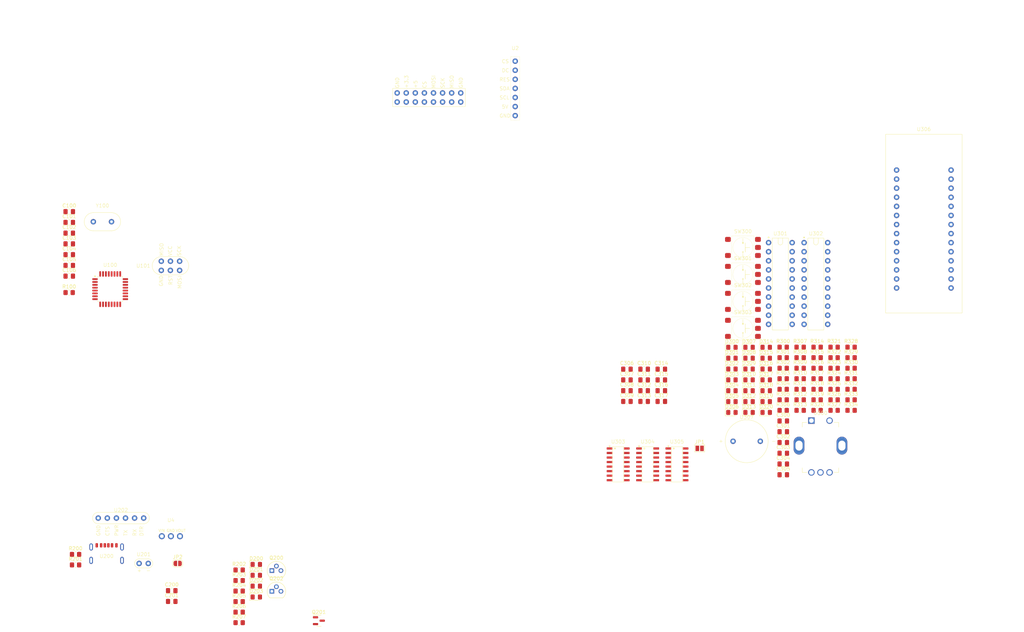
<source format=kicad_pcb>
(kicad_pcb (version 20221018) (generator pcbnew)
  (layers (0 "F.Cu" signal) (1 "In1.Cu" signal) (2 "In2.Cu" signal) (31 "B.Cu" signal) (34 "B.Paste" user) (35 "F.Paste" user) (36 "B.SilkS" user "B.Silkscreen") (37 "F.SilkS" user "F.Silkscreen") (38 "B.Mask" user) (39 "F.Mask" user) (44 "Edge.Cuts" user))
  (net 0 "")
  (net 1 "/MCU/DTR")
  (net 2 "/MCU/RESET")
  (net 3 "GND")
  (net 4 "/MCU/XTAL2")
  (net 5 "/MCU/XTAL1")
  (net 6 "/MCU/AREF")
  (net 7 "+5V")
  (net 8 "/Voltage Input/BATTERY_INPUT")
  (net 9 "/Voltage Input/5V_REGULATED")
  (net 10 "/Data Logic/BUTTON_1")
  (net 11 "/Data Logic/BUTTON_2")
  (net 12 "/Data Logic/BUTTON_3")
  (net 13 "/Data Logic/BUTTON_4")
  (net 14 "/Data Logic/ROT_A")
  (net 15 "/Data Logic/ROT_B")
  (net 16 "Net-(D200-A)")
  (net 17 "/Voltage Input/POLARITY_PROTECTED")
  (net 18 "/Voltage Input/VGS")
  (net 19 "Net-(D202-K)")
  (net 20 "Net-(D203-A)")
  (net 21 "Net-(D300-A)")
  (net 22 "Net-(D301-A)")
  (net 23 "Net-(D302-A)")
  (net 24 "Net-(D303-A)")
  (net 25 "Net-(D304-A)")
  (net 26 "Net-(D305-A)")
  (net 27 "Net-(D306-A)")
  (net 28 "Net-(D307-A)")
  (net 29 "Net-(D308-A)")
  (net 30 "Net-(D309-A)")
  (net 31 "Net-(D310-A)")
  (net 32 "Net-(D311-A)")
  (net 33 "Net-(D312-A)")
  (net 34 "Net-(D313-A)")
  (net 35 "Net-(D314-A)")
  (net 36 "Net-(D315-A)")
  (net 37 "Net-(D316-A)")
  (net 38 "Net-(D317-A)")
  (net 39 "Net-(D318-A)")
  (net 40 "Net-(D319-A)")
  (net 41 "Net-(D320-A)")
  (net 42 "Net-(JP1-A)")
  (net 43 "Net-(Q201-C)")
  (net 44 "Net-(Q201-B)")
  (net 45 "/Voltage Input/USB_CC1")
  (net 46 "/Voltage Input/USB_CC2")
  (net 47 "Net-(R300-Pad1)")
  (net 48 "Net-(R302-Pad1)")
  (net 49 "Net-(R304-Pad1)")
  (net 50 "Net-(R306-Pad1)")
  (net 51 "/Data Logic/D0")
  (net 52 "/Data Logic/D1")
  (net 53 "/Data Logic/D2")
  (net 54 "/Data Logic/D3")
  (net 55 "/Data Logic/D4")
  (net 56 "/Data Logic/D5")
  (net 57 "/Data Logic/D6")
  (net 58 "/Data Logic/D7")
  (net 59 "/Data Logic/A0")
  (net 60 "/Data Logic/A1")
  (net 61 "/Data Logic/A2")
  (net 62 "/Data Logic/A3")
  (net 63 "/Data Logic/A4")
  (net 64 "/Data Logic/A5")
  (net 65 "/Data Logic/A6")
  (net 66 "/Data Logic/A7")
  (net 67 "/Data Logic/A8")
  (net 68 "/Data Logic/A9")
  (net 69 "/Data Logic/A10")
  (net 70 "/Data Logic/A11")
  (net 71 "/Data Logic/A12")
  (net 72 "/Data Logic/Summer_CL")
  (net 73 "/Data Logic/Summer")
  (net 74 "/SD_CS")
  (net 75 "/MOSI{slash}RES")
  (net 76 "/SCK{slash}SCL")
  (net 77 "/MISO{slash}SDA")
  (net 78 "/DC")
  (net 79 "/OLED_CS")
  (net 80 "/I{slash}O3")
  (net 81 "/I{slash}O4")
  (net 82 "/I{slash}O5")
  (net 83 "/I{slash}O6")
  (net 84 "/I{slash}O7")
  (net 85 "/MCU/A6")
  (net 86 "/MCU/A7")
  (net 87 "/SHIFT_SRCLK")
  (net 88 "/SHIFT_SER")
  (net 89 "/I{slash}O0")
  (net 90 "/I{slash}O1")
  (net 91 "/SHIFT_RCLK")
  (net 92 "/EEPROM_WE*")
  (net 93 "/MCU/TX{slash}RX")
  (net 94 "/MCU/RX{slash}TX")
  (net 95 "/I{slash}O2")
  (net 97 "/Data Logic/INPUT_BUFFER_OE")
  (net 98 "/Data Logic/DATA_BUFFER_DIR")
  (net 99 "/Data Logic/DATA_BUFFER_OE")
  (net 100 "Net-(U304-QH')")
  (net 101 "Net-(U303-QH')")
  (net 104 "Net-(U303-SRCLK)")
  (net 106 "/Data Logic/EEPROM_OE*")
  (footprint "Resistor_SMD:R_0805_2012Metric_Pad1.20x1.40mm_HandSolder" (layer "F.Cu") (at 242.875 118.105)
    (fp_text reference "R324" (at 0 -1.65) (layer "F.SilkS"))
    (fp_text value "5k1")
    (pad "1" smd roundrect (at -1 0) (size 1.2 1.4) (layers "F.Cu" "F.Paste" "F.Mask") (roundrect_rratio 0.208333) (net 37 "Net-(D316-A)"))
    (pad "2" smd roundrect (at 1 0) (size 1.2 1.4) (layers "F.Cu" "F.Paste" "F.Mask") (roundrect_rratio 0.208333) (net 67 "/Data Logic/A8"))
  )
  (footprint "EEPROM_PROGRAMMER:Rotary_Encoder" (layer "F.Cu") (at 239.06 136.71)
    (fp_text reference "U300" (at 0 -9 unlocked) (layer "F.SilkS") (effects (font (thickness 0.1))))
    (fp_text value "~")
    (pad "1" thru_hole oval (at -6 0.12) (size 3 5) (drill oval 2 2.8) (layers "*.Cu" "*.Mask") (net 3 "GND"))
    (pad "1" thru_hole rect (at -2.54 -6.88) (size 1.8 1.8) (drill 1.25) (layers "*.Cu" "*.Mask") (net 3 "GND"))
    (pad "1" thru_hole circle (at 0 7.62) (size 1.8 1.8) (drill 1.25) (layers "*.Cu" "*.Mask") (net 3 "GND"))
    (pad "1" thru_hole oval (at 6 0.12) (size 3 5) (drill oval 2 2.8) (layers "*.Cu" "*.Mask") (net 3 "GND"))
    (pad "2" thru_hole circle (at -2.54 7.62) (size 1.8 1.8) (drill 1.25) (layers "*.Cu" "*.Mask") (net 14 "/Data Logic/ROT_A"))
    (pad "3" thru_hole circle (at 2.54 7.62) (size 1.8 1.8) (drill 1.25) (layers "*.Cu" "*.Mask") (net 15 "/Data Logic/ROT_B"))
    (pad "4" thru_hole circle (at 2.54 -6.88) (size 1.8 1.8) (drill 1.25) (layers "*.Cu" "*.Mask") (net 7 "+5V"))
  )
  (footprint "Resistor_SMD:R_0805_2012Metric_Pad1.20x1.40mm_HandSolder" (layer "F.Cu") (at 247.625 112.205)
    (fp_text reference "R329" (at 0 -1.65) (layer "F.SilkS"))
    (fp_text value "10k")
    (pad "1" smd roundrect (at -1 0) (size 1.2 1.4) (layers "F.Cu" "F.Paste" "F.Mask") (roundrect_rratio 0.208333) (net 15 "/Data Logic/ROT_B"))
    (pad "2" smd roundrect (at 1 0) (size 1.2 1.4) (layers "F.Cu" "F.Paste" "F.Mask") (roundrect_rratio 0.208333) (net 15 "/Data Logic/ROT_B"))
  )
  (footprint "Resistor_SMD:R_0805_2012Metric_Pad1.20x1.40mm_HandSolder" (layer "F.Cu") (at 233.375 118.105)
    (fp_text reference "R310" (at 0 -1.65) (layer "F.SilkS"))
    (fp_text value "5k1")
    (pad "1" smd roundrect (at -1 0) (size 1.2 1.4) (layers "F.Cu" "F.Paste" "F.Mask") (roundrect_rratio 0.208333) (net 23 "Net-(D302-A)"))
    (pad "2" smd roundrect (at 1 0) (size 1.2 1.4) (layers "F.Cu" "F.Paste" "F.Mask") (roundrect_rratio 0.208333) (net 53 "/Data Logic/D2"))
  )
  (footprint "Resistor_SMD:R_0805_2012Metric_Pad1.20x1.40mm_HandSolder" (layer "F.Cu") (at 228.625 124.005)
    (fp_text reference "R305" (at 0 -1.65) (layer "F.SilkS"))
    (fp_text value "10k")
    (pad "1" smd roundrect (at -1 0) (size 1.2 1.4) (layers "F.Cu" "F.Paste" "F.Mask") (roundrect_rratio 0.208333) (net 7 "+5V"))
    (pad "2" smd roundrect (at 1 0) (size 1.2 1.4) (layers "F.Cu" "F.Paste" "F.Mask") (roundrect_rratio 0.208333) (net 12 "/Data Logic/BUTTON_3"))
  )
  (footprint "Capacitor_SMD:C_0805_2012Metric_Pad1.18x1.45mm_HandSolder" (layer "F.Cu") (at 228.655 135.955)
    (fp_text reference "C302" (at 0 -1.68) (layer "F.SilkS"))
    (fp_text value "1u")
    (pad "1" smd roundrect (at -1.0375 0) (size 1.175 1.45) (layers "F.Cu" "F.Paste" "F.Mask") (roundrect_rratio 0.212766) (net 3 "GND"))
    (pad "2" smd roundrect (at 1.0375 0) (size 1.175 1.45) (layers "F.Cu" "F.Paste" "F.Mask") (roundrect_rratio 0.212766) (net 12 "/Data Logic/BUTTON_3"))
  )
  (footprint "LED_SMD:LED_0805_2012Metric_Pad1.15x1.40mm_HandSolder" (layer "F.Cu") (at 219.085 115.38)
    (fp_text reference "D309" (at 0 -1.65) (layer "F.SilkS"))
    (fp_text value "BLUE")
    (pad "1" smd roundrect (at -1.025 0) (size 1.15 1.4) (layers "F.Cu" "F.Paste" "F.Mask") (roundrect_rratio 0.217391) (net 3 "GND"))
    (pad "2" smd roundrect (at 1.025 0) (size 1.15 1.4) (layers "F.Cu" "F.Paste" "F.Mask") (roundrect_rratio 0.217391) (net 30 "Net-(D309-A)"))
  )
  (footprint "Jumper:SolderJumper-2_P1.3mm_Open_Pad1.0x1.5mm" (layer "F.Cu") (at 205.265 137.605)
    (fp_text reference "JP1" (at 0 -1.8) (layer "F.SilkS"))
    (fp_text value "SolderJumper_2_Open")
    (pad "1" smd rect (at -0.65 0) (size 1 1.5) (layers "F.Cu" "F.Mask") (net 42 "Net-(JP1-A)"))
    (pad "2" smd rect (at 0.65 0) (size 1 1.5) (layers "F.Cu" "F.Mask") (net 7 "+5V"))
  )
  (footprint "Resistor_SMD:R_0805_2012Metric_Pad1.20x1.40mm_HandSolder" (layer "F.Cu") (at 233.375 109.255)
    (fp_text reference "R307" (at 0 -1.65) (layer "F.SilkS"))
    (fp_text value "10k")
    (pad "1" smd roundrect (at -1 0) (size 1.2 1.4) (layers "F.Cu" "F.Paste" "F.Mask") (roundrect_rratio 0.208333) (net 7 "+5V"))
    (pad "2" smd roundrect (at 1 0) (size 1.2 1.4) (layers "F.Cu" "F.Paste" "F.Mask") (roundrect_rratio 0.208333) (net 13 "/Data Logic/BUTTON_4"))
  )
  (footprint "Capacitor_SMD:C_0805_2012Metric_Pad1.18x1.45mm_HandSolder" (layer "F.Cu") (at 194.5425 121.45)
    (fp_text reference "C316" (at 0 -1.68) (layer "F.SilkS"))
    (fp_text value "1u")
    (pad "1" smd roundrect (at -1.0375 0) (size 1.175 1.45) (layers "F.Cu" "F.Paste" "F.Mask") (roundrect_rratio 0.212766) (net 3 "GND"))
    (pad "2" smd roundrect (at 1.0375 0) (size 1.175 1.45) (layers "F.Cu" "F.Paste" "F.Mask") (roundrect_rratio 0.212766) (net 7 "+5V"))
  )
  (footprint "Resistor_SMD:R_0805_2012Metric_Pad1.20x1.40mm_HandSolder" (layer "F.Cu") (at 242.875 124.005)
    (fp_text reference "R326" (at 0 -1.65) (layer "F.SilkS"))
    (fp_text value "5k1")
    (pad "1" smd roundrect (at -1 0) (size 1.2 1.4) (layers "F.Cu" "F.Paste" "F.Mask") (roundrect_rratio 0.208333) (net 39 "Net-(D318-A)"))
    (pad "2" smd roundrect (at 1 0) (size 1.2 1.4) (layers "F.Cu" "F.Paste" "F.Mask") (roundrect_rratio 0.208333) (net 69 "/Data Logic/A10"))
  )
  (footprint "EEPROM_PROGRAMMER:SMD_Button" (layer "F.Cu") (at 217.37 88.905)
    (fp_text reference "SW301" (at 0 -4.5 unlocked) (layer "F.SilkS") (effects (font (thickness 0.1))))
    (fp_text value "6x6")
    (pad "1" smd roundrect (at -4.2 -2.25) (size 1.6 1.4) (layers "F.Cu" "F.Paste" "F.Mask") (net 3 "GND"))
    (pad "1" smd roundrect (at 4.2 -2.25) (size 1.6 1.4) (layers "F.Cu" "F.Paste" "F.Mask") (net 3 "GND"))
    (pad "2" smd roundrect (at -4.2 2.25) (size 1.6 1.4) (layers "F.Cu" "F.Paste" "F.Mask") (net 48 "Net-(R302-Pad1)"))
    (pad "2" smd roundrect (at 4.2 2.25) (size 1.6 1.4) (layers "F.Cu" "F.Paste" "F.Mask") (net 48 "Net-(R302-Pad1)"))
    (pad "3" smd roundrect (at 4.2 0) (size 1.6 1.4) (layers "F.Cu" "F.Paste" "F.Mask") (net 3 "GND"))
  )
  (footprint "LED_SMD:LED_0805_2012Metric_Pad1.15x1.40mm_HandSolder" (layer "F.Cu") (at 214.29 124.5)
    (fp_text reference "D305" (at 0 -1.65) (layer "F.SilkS"))
    (fp_text value "GREEN")
    (pad "1" smd roundrect (at -1.025 0) (size 1.15 1.4) (layers "F.Cu" "F.Paste" "F.Mask") (roundrect_rratio 0.217391) (net 3 "GND"))
    (pad "2" smd roundrect (at 1.025 0) (size 1.15 1.4) (layers "F.Cu" "F.Paste" "F.Mask") (roundrect_rratio 0.217391) (net 26 "Net-(D305-A)"))
  )
  (footprint "Capacitor_SMD:C_0805_2012Metric_Pad1.18x1.45mm_HandSolder" (layer "F.Cu") (at 228.655 144.985)
    (fp_text reference "C305" (at 0 -1.68) (layer "F.SilkS"))
    (fp_text value "100n")
    (pad "1" smd roundrect (at -1.0375 0) (size 1.175 1.45) (layers "F.Cu" "F.Paste" "F.Mask") (roundrect_rratio 0.212766) (net 3 "GND"))
    (pad "2" smd roundrect (at 1.0375 0) (size 1.175 1.45) (layers "F.Cu" "F.Paste" "F.Mask") (roundrect_rratio 0.212766) (net 15 "/Data Logic/ROT_B"))
  )
  (footprint "Resistor_SMD:R_0805_2012Metric_Pad1.20x1.40mm_HandSolder" (layer "F.Cu") (at 228.625 112.205)
    (fp_text reference "R301" (at 0 -1.65) (layer "F.SilkS"))
    (fp_text value "10k")
    (pad "1" smd roundrect (at -1 0) (size 1.2 1.4) (layers "F.Cu" "F.Paste" "F.Mask") (roundrect_rratio 0.208333) (net 7 "+5V"))
    (pad "2" smd roundrect (at 1 0) (size 1.2 1.4) (layers "F.Cu" "F.Paste" "F.Mask") (roundrect_rratio 0.208333) (net 10 "/Data Logic/BUTTON_1"))
  )
  (footprint "Resistor_SMD:R_0805_2012Metric_Pad1.20x1.40mm_HandSolder" (layer "F.Cu") (at 238.125 121.055)
    (fp_text reference "R318" (at 0 -1.65) (layer "F.SilkS"))
    (fp_text value "5k1")
    (pad "1" smd roundrect (at -1 0) (size 1.2 1.4) (layers "F.Cu" "F.Paste" "F.Mask") (roundrect_rratio 0.208333) (net 31 "Net-(D310-A)"))
    (pad "2" smd roundrect (at 1 0) (size 1.2 1.4) (layers "F.Cu" "F.Paste" "F.Mask") (roundrect_rratio 0.208333) (net 61 "/Data Logic/A2"))
  )
  (footprint "Capacitor_SMD:C_0805_2012Metric_Pad1.18x1.45mm_HandSolder" (layer "F.Cu") (at 57.5925 177.435)
    (fp_text reference "C200" (at 0 -1.68) (layer "F.SilkS"))
    (fp_text value "u33")
    (pad "1" smd roundrect (at -1.0375 0) (size 1.175 1.45) (layers "F.Cu" "F.Paste" "F.Mask") (roundrect_rratio 0.212766) (net 3 "GND"))
    (pad "2" smd roundrect (at 1.0375 0) (size 1.175 1.45) (layers "F.Cu" "F.Paste" "F.Mask") (roundrect_rratio 0.212766) (net 8 "/Voltage Input/BATTERY_INPUT"))
  )
  (footprint "EEPROM_PROGRAMMER:ICSP" (layer "F.Cu") (at 57.235 86.48)
    (fp_text reference "U101" (at -7.6 0 unlocked) (layer "F.SilkS") (effects (font (thickness 0.1))))
    (fp_text value "ICSP")
    (fp_text user "RST" (at 0.635 5.461 90 unlocked) (layer "F.SilkS") (effects (font (thickness 0.1)) (justify left bottom)))
    (fp_text user "GND" (at -2.032 5.842 90 unlocked) (layer "F.SilkS") (effects (font (thickness 0.1)) (justify left bottom)))
    (fp_text user "MISO" (at -1.905 -2.667 90 unlocked) (layer "F.SilkS") (effects (font (thickness 0.1)) (justify left bottom)))
    (fp_text user "VCC" (at 0.508 -2.667 90 unlocked) (layer "F.SilkS") (effects (font (thickness 0.1)) (justify left bottom)))
    (fp_text user "MOSI" (at 3.175 6.477 90 unlocked) (layer "F.SilkS") (effects (font (thickness 0.1)) (justify left bottom)))
    (fp_text user "SCK" (at 3.048 -2.667 90 unlocked) (layer "F.SilkS") (effects (font (thickness 0.1)) (justify left bottom)))
    (pad "1" thru_hole circle (at -2.56 -1.27) (size 1.524 1.524) (drill 0.762) (layers "*.Cu" "*.Mask") (net 77 "/MISO{slash}SDA"))
    (pad "2" thru_hole circle (at 0 -1.27) (size 1.524 1.524) (drill 0.762) (layers "*.Cu" "*.Mask") (net 7 "+5V"))
    (pad "3" thru_hole circle (at 2.56 -1.27) (size 1.524 1.524) (drill 0.762) (layers "*.Cu" "*.Mask") (net 76 "/SCK{slash}SCL"))
    (pad "4" thru_hole circle (at 2.56 1.29) (size 1.524 1.524) (drill 0.762) (layers "*.Cu" "*.Mask") (net 75 "/MOSI{slash}RES"))
    (pad "5" thru_hole circle (at -0.02 1.29) (size 1.524 1.524) (drill 0.762) (layers "*.Cu" "*.Mask") (net 2 "/MCU/RESET"))
    (pad "6" thru_hole circle (at -2.56 1.29) (size 1.524 1.524) (drill 0.762) (layers "*.Cu" "*.Mask") (net 3 "GND"))
  )
  (footprint "Capacitor_SMD:C_0805_2012Metric_Pad1.18x1.45mm_HandSolder" (layer "F.Cu") (at 184.9225 118.44)
    (fp_text reference "C307" (at 0 -1.68) (layer "F.SilkS"))
    (fp_text value "10n")
    (pad "1" smd roundrect (at -1.0375 0) (size 1.175 1.45) (layers "F.Cu" "F.Paste" "F.Mask") (roundrect_rratio 0.212766) (net 3 "GND"))
    (pad "2" smd roundrect (at 1.0375 0) (size 1.175 1.45) (layers "F.Cu" "F.Paste" "F.Mask") (roundrect_rratio 0.212766) (net 7 "+5V"))
  )
  (footprint "Resistor_SMD:R_0805_2012Metric_Pad1.20x1.40mm_HandSolder" (layer "F.Cu") (at 233.375 115.155)
    (fp_text reference "R309" (at 0 -1.65) (layer "F.SilkS"))
    (fp_text value "5k1")
    (pad "1" smd roundrect (at -1 0) (size 1.2 1.4) (layers "F.Cu" "F.Paste" "F.Mask") (roundrect_rratio 0.208333) (net 22 "Net-(D301-A)"))
    (pad "2" smd roundrect (at 1 0) (size 1.2 1.4) (layers "F.Cu" "F.Paste" "F.Mask") (roundrect_rratio 0.208333) (net 52 "/Data Logic/D1"))
  )
  (footprint "Diode_SMD:D_0805_2012Metric_Pad1.15x1.40mm_HandSolder" (layer "F.Cu") (at 81.245 173.125)
    (fp_text reference "D201" (at 0 -1.65) (layer "F.SilkS"))
    (fp_text value "9V")
    (pad "1" smd roundrect (at -1.025 0) (size 1.15 1.4) (layers "F.Cu" "F.Paste" "F.Mask") (roundrect_rratio 0.217391) (net 17 "/Voltage Input/POLARITY_PROTECTED"))
    (pad "2" smd roundrect (at 1.025 0) (size 1.15 1.4) (layers "F.Cu" "F.Paste" "F.Mask") (roundrect_rratio 0.217391) (net 18 "/Voltage Input/VGS"))
  )
  (footprint "Resistor_SMD:R_0805_2012Metric_Pad1.20x1.40mm_HandSolder" (layer "F.Cu") (at 76.45 177.54)
    (fp_text reference "R204" (at 0 -1.65) (layer "F.SilkS"))
    (fp_text value "5k1")
    (pad "1" smd roundrect (at -1 0) (size 1.2 1.4) (layers "F.Cu" "F.Paste" "F.Mask") (roundrect_rratio 0.208333) (net 17 "/Voltage Input/POLARITY_PROTECTED"))
    (pad "2" smd roundrect (at 1 0) (size 1.2 1.4) (layers "F.Cu" "F.Paste" "F.Mask") (roundrect_rratio 0.208333) (net 19 "Net-(D202-K)"))
  )
  (footprint "Resistor_SMD:R_0805_2012Metric_Pad1.20x1.40mm_HandSolder" (layer "F.Cu") (at 238.125 118.105)
    (fp_text reference "R317" (at 0 -1.65) (layer "F.SilkS"))
    (fp_text value "5k1")
    (pad "1" smd roundrect (at -1 0) (size 1.2 1.4) (layers "F.Cu" "F.Paste" "F.Mask") (roundrect_rratio 0.208333) (net 30 "Net-(D309-A)"))
    (pad "2" smd roundrect (at 1 0) (size 1.2 1.4) (layers "F.Cu" "F.Paste" "F.Mask") (roundrect_rratio 0.208333) (net 60 "/Data Logic/A1"))
  )
  (footprint "EEPROM_PROGRAMMER:SMD_Button" (layer "F.Cu") (at 217.37 81.355)
    (fp_text reference "SW300" (at 0 -4.5 unlocked) (layer "F.SilkS") (effects (font (thickness 0.1))))
    (fp_text value "6x6")
    (pad "1" smd roundrect (at -4.2 -2.25) (size 1.6 1.4) (layers "F.Cu" "F.Paste" "F.Mask") (net 3 "GND"))
    (pad "1" smd roundrect (at 4.2 -2.25) (size 1.6 1.4) (layers "F.Cu" "F.Paste" "F.Mask") (net 3 "GND"))
    (pad "2" smd roundrect (at -4.2 2.25) (size 1.6 1.4) (layers "F.Cu" "F.Paste" "F.Mask") (net 47 "Net-(R300-Pad1)"))
    (pad "2" smd roundrect (at 4.2 2.25) (size 1.6 1.4) (layers "F.Cu" "F.Paste" "F.Mask") (net 47 "Net-(R300-Pad1)"))
    (pad "3" smd roundrect (at 4.2 0) (size 1.6 1.4) (layers "F.Cu" "F.Paste" "F.Mask") (net 3 "GND"))
  )
  (footprint "Capacitor_SMD:C_0805_2012Metric_Pad1.18x1.45mm_HandSolder" (layer "F.Cu") (at 228.655 132.945)
    (fp_text reference "C301" (at 0 -1.68) (layer "F.SilkS"))
    (fp_text value "1u")
    (pad "1" smd roundrect (at -1.0375 0) (size 1.175 1.45) (layers "F.Cu" "F.Paste" "F.Mask") (roundrect_rratio 0.212766) (net 3 "GND"))
    (pad "2" smd roundrect (at 1.0375 0) (size 1.175 1.45) (layers "F.Cu" "F.Paste" "F.Mask") (roundrect_rratio 0.212766) (net 11 "/Data Logic/BUTTON_2"))
  )
  (footprint "LED_SMD:LED_0805_2012Metric_Pad1.15x1.40mm_HandSolder" (layer "F.Cu") (at 223.88 109.3)
    (fp_text reference "D314" (at 0 -1.65) (layer "F.SilkS"))
    (fp_text value "BLUE")
    (pad "1" smd roundrect (at -1.025 0) (size 1.15 1.4) (layers "F.Cu" "F.Paste" "F.Mask") (roundrect_rratio 0.217391) (net 3 "GND"))
    (pad "2" smd roundrect (at 1.025 0) (size 1.15 1.4) (layers "F.Cu" "F.Paste" "F.Mask") (roundrect_rratio 0.217391) (net 35 "Net-(D314-A)"))
  )
  (footprint "LED_SMD:LED_0805_2012Metric_Pad1.15x1.40mm_HandSolder" (layer "F.Cu") (at 223.88 112.34)
    (fp_text reference "D315" (at 0 -1.65) (layer "F.SilkS"))
    (fp_text value "BLUE")
    (pad "1" smd roundrect (at -1.025 0) (size 1.15 1.4) (layers "F.Cu" "F.Paste" "F.Mask") (roundrect_rratio 0.217391) (net 3 "GND"))
    (pad "2" smd roundrect (at 1.025 0) (size 1.15 1.4) (layers "F.Cu" "F.Paste" "F.Mask") (roundrect_rratio 0.217391) (net 36 "Net-(D315-A)"))
  )
  (footprint "EEPROM_PROGRAMMER:SMD_Button" (layer "F.Cu") (at 217.37 104.005)
    (fp_text reference "SW303" (at 0 -4.5 unlocked) (layer "F.SilkS") (effects (font (thickness 0.1))))
    (fp_text value "6x6")
    (pad "1" smd roundrect (at -4.2 -2.25) (size 1.6 1.4) (layers "F.Cu" "F.Paste" "F.Mask") (net 3 "GND"))
    (pad "1" smd roundrect (at 4.2 -2.25) (size 1.6 1.4) (layers "F.Cu" "F.Paste" "F.Mask") (net 3 "GND"))
    (pad "2" smd roundrect (at -4.2 2.25) (size 1.6 1.4) (layers "F.Cu" "F.Paste" "F.Mask") (net 50 "Net-(R306-Pad1)"))
    (pad "2" smd roundrect (at 4.2 2.25) (size 1.6 1.4) (layers "F.Cu" "F.Paste" "F.Mask") (net 50 "Net-(R306-Pad1)"))
    (pad "3" smd roundrect (at 4.2 0) (size 1.6 1.4) (layers "F.Cu" "F.Paste" "F.Mask") (net 3 "GND"))
  )
  (footprint "Resistor_SMD:R_0805_2012Metric_Pad1.20x1.40mm_HandSolder" (layer "F.Cu") (at 76.45 180.49)
    (fp_text reference "R205" (at 0 -1.65) (layer "F.SilkS"))
    (fp_text value "1k")
    (pad "1" smd roundrect (at -1 0) (size 1.2 1.4) (layers "F.Cu" "F.Paste" "F.Mask") (roundrect_rratio 0.208333) (net 19 "Net-(D202-K)"))
    (pad "2" smd roundrect (at 1 0) (size 1.2 1.4) (layers "F.Cu" "F.Paste" "F.Mask") (roundrect_rratio 0.208333) (net 44 "Net-(Q201-B)"))
  )
  (footprint "LED_SMD:LED_0805_2012Metric_Pad1.15x1.40mm_HandSolder" (layer "F.Cu") (at 214.29 127.54)
    (fp_text reference "D306" (at 0 -1.65) (layer "F.SilkS"))
    (fp_text value "GREEN")
    (pad "1" smd roundrect (at -1.025 0) (size 1.15 1.4) (layers "F.Cu" "F.Paste" "F.Mask") (roundrect_rratio 0.217391) (net 3 "GND"))
    (pad "2" smd roundrect (at 1.025 0) (size 1.15 1.4) (layers "F.Cu" "F.Paste" "F.Mask") (roundrect_rratio 0.217391) (net 27 "Net-(D306-A)"))
  )
  (footprint "LED_SMD:LED_0805_2012Metric_Pad1.15x1.40mm_HandSolder" (layer "F.Cu") (at 81.245 179.205)
    (fp_text reference "D203" (at 0 -1.65) (layer "F.SilkS"))
    (fp_text value "GREEN")
    (pad "1" smd roundrect (at -1.025 0) (size 1.15 1.4) (layers "F.Cu" "F.Paste" "F.Mask") (roundrect_rratio 0.217391) (net 3 "GND"))
    (pad "2" smd roundrect (at 1.025 0) (size 1.15 1.4) (layers "F.Cu" "F.Paste" "F.Mask") (roundrect_rratio 0.217391) (net 20 "Net-(D203-A)"))
  )
  (footprint "LED_SMD:LED_0805_2012Metric_Pad1.15x1.40mm_HandSolder" (layer "F.Cu") (at 223.88 121.46)
    (fp_text reference "D318" (at 0 -1.65) (layer "F.SilkS"))
    (fp_text value "BLUE")
    (pad "1" smd roundrect (at -1.025 0) (size 1.15 1.4) (layers "F.Cu" "F.Paste" "F.Mask") (roundrect_rratio 0.217391) (net 3 "GND"))
    (pad "2" smd roundrect (at 1.025 0) (size 1.15 1.4) (layers "F.Cu" "F.Paste" "F.Mask") (roundrect_rratio 0.217391) (net 39 "Net-(D318-A)"))
  )
  (footprint "Capacitor_SMD:C_0805_2012Metric_Pad1.18x1.45mm_HandSolder" (layer "F.Cu") (at 189.7325 118.44)
    (fp_text reference "C311" (at 0 -1.68) (layer "F.SilkS"))
    (fp_text value "10n")
    (pad "1" smd roundrect (at -1.0375 0) (size 1.175 1.45) (layers "F.Cu" "F.Paste" "F.Mask") (roundrect_rratio 0.212766) (net 3 "GND"))
    (pad "2" smd roundrect (at 1.0375 0) (size 1.175 1.45) (layers "F.Cu" "F.Paste" "F.Mask") (roundrect_rratio 0.212766) (net 7 "+5V"))
  )
  (footprint "LED_SMD:LED_0805_2012Metric_Pad1.15x1.40mm_HandSolder" (layer "F.Cu") (at 219.085 118.42)
    (fp_text reference "D310" (at 0 -1.65) (layer "F.SilkS"))
    (fp_text value "BLUE")
    (pad "1" smd roundrect (at -1.025 0) (size 1.15 1.4) (layers "F.Cu" "F.Paste" "F.Mask") (roundrect_rratio 0.217391) (net 3 "GND"))
    (pad "2" smd roundrect (at 1.025 0) (size 1.15 1.4) (layers "F.Cu" "F.Paste" "F.Mask") (roundrect_rratio 0.217391) (net 31 "Net-(D310-A)"))
  )
  (footprint "EEPROM_PROGRAMMER:USB_C_6PIN" (layer "F.Cu") (at 39.37 165.735)
    (fp_text reference "U200" (at 0 2.032 unlocked) (layer "F.SilkS") (effects (font (thickness 0.1))))
    (fp_text value "USB_C_6PIN")
    (pad "1" thru_hole roundrect (at -4.32 -0.53) (size 1 2) (drill oval 0.5 1.4) (layers "*.Cu" "*.Mask") (roundrect_rratio 0.5) (net 3 "GND"))
    (pad "1" thru_hole roundrect (at -4.32 3.22) (size 1 2) (drill oval 0.5 1.4) (layers "*.Cu" "*.Mask") (roundrect_rratio 0.5) (net 3 "GND"))
    (pad "1" smd roundrect (at -2.75 -1 180) (size 0.7 1.2) (layers "F.Cu" "F.Paste" "F.Mask") (net 3 "GND"))
    (pad "2" smd roundrect (at -1.52 -1 180) (size 0.7 1.2) (layers "F.Cu" "F.Paste" "F.Mask") (net 9 "/Voltage Input/5V_REGULATED"))
    (pad "3" smd roundrect (at -0.5 -1 180) (size 0.7 1.2) (layers "F.Cu" "F.Paste" "F.Mask") (net 45 "/Voltage Input/USB_CC1"))
    (pad "4" smd roundrect (at 0.5 -1 180) (size 0.7 1.2) (layers "F.Cu" "F.Paste" "F.Mask") (net 46 "/Voltage Input/USB_CC2"))
    (pad "5" smd roundrect (at 1.52 -1 180) (size 0.7 1.2) (layers "F.Cu" "F.Paste" "F.Mask") (net 9 "/Voltage Input/5V_REGULATED"))
    (pad "6" smd roundrect (at 2.75 -1 180) (size 0.7 1.2) (layers "F.Cu" "F.Paste" "F.Mask") (net 3 "GND"))
    (pad "6" thru_hole roundrect (at 4.32 -0.53) (size 1 2) (drill oval 0.5 1.4) (layers "*.Cu" "*.Mask") (roundrect_rratio 0.5) (net 3 "GND"))
    (pad "6" thru_hole roundrect (at 4.32 3.22) (size 1 2) (drill oval 0.5 1.4) (layers "*.Cu" "*.Mask") (roundrect_rratio 0.5) (net 3 "GND"))
  )
  (footprint "EEPROM_PROGRAMMER:L7805ABV" (layer "F.Cu") (at 57.36 162.195)
    (fp_text reference "U4" (at 0 -4.5 unlocked) (layer "F.SilkS") (effects (font (thickness 0.1))))
    (fp_text value "L7805ABV")
    (fp_text user "VOUT" (at 1.27 -1.143 unlocked) (layer "F.SilkS") (effects (font (size 0.75 0.75) (thickness 0.1)) (justify left bottom)))
    (fp_text user "GND" (at -1.27 -1.143 unlocked) (layer "F.SilkS") (effects (font (size 0.75 0.75) (thickness 0.1)) (justify left bottom)))
    (fp_text user "VIN" (at -3.556 -1.143 unlocked) (layer "F.SilkS") (effects (font (size 0.75 0.75) (thickness 0.1)) (justify left bottom)))
    (pad "1" thru_hole circle (at -2.54 0) (size 1.7 1.7) (drill 1) (layers "*.Cu" "*.Mask") (net 8 "/Voltage Input/BATTERY_INPUT"))
    (pad "2" thru_hole circle (at 0 0) (size 1.7 1.7) (drill 1) (layers "*.Cu" "*.Mask") (net 3 "GND"))
    (pad "3" thru_hole circle (at 2.54 0) (size 1.7 1.7) (drill 1) (layers "*.Cu" "*.Mask") (net 9 "/Voltage Input/5V_REGULATED"))
  )
  (footprint "Resistor_SMD:R_0805_2012Metric_Pad1.20x1.40mm_HandSolder" (layer "F.Cu") (at 76.45 174.59)
    (fp_text reference "R203" (at 0 -1.65) (layer "F.SilkS"))
    (fp_text value "5k1")
    (pad "1" smd roundrect (at -1 0) (size 1.2 1.4) (layers "F.Cu" "F.Paste" "F.Mask") (roundrect_rratio 0.208333) (net 18 "/Voltage Input/VGS"))
    (pad "2" smd roundrect (at 1 0) (size 1.2 1.4) (layers "F.Cu" "F.Paste" "F.Mask") (roundrect_rratio 0.208333) (net 3 "GND"))
  )
  (footprint "Resistor_SMD:R_0805_2012Metric_Pad1.20x1.40mm_HandSolder" (layer "F.Cu") (at 238.125 126.955)
    (fp_text reference "R320" (at 0 -1.65) (layer "F.SilkS"))
    (fp_text value "5k1")
    (pad "1" smd roundrect (at -1 0) (size 1.2 1.4) (layers "F.Cu" "F.Paste" "F.Mask") (roundrect_rratio 0.208333) (net 33 "Net-(D312-A)"))
    (pad "2" smd roundrect (at 1 0) (size 1.2 1.4) (layers "F.Cu" "F.Paste" "F.Mask") (roundrect_rratio 0.208333) (net 63 "/Data Logic/A4"))
  )
  (footprint "Resistor_SMD:R_0805_2012Metric_Pad1.20x1.40mm_HandSolder" (layer "F.Cu") (at 228.625 115.155)
    (fp_text reference "R302" (at 0 -1.65) (layer "F.SilkS"))
    (fp_text value "1k")
    (pad "1" smd roundrect (at -1 0) (size 1.2 1.4) (layers "F.Cu" "F.Paste" "F.Mask") (roundrect_rratio 0.208333) (net 48 "Net-(R302-Pad1)"))
    (pad "2" smd roundrect (at 1 0) (size 1.2 1.4) (layers "F.Cu" "F.Paste" "F.Mask") (roundrect_rratio 0.208333) (net 11 "/Data Logic/BUTTON_2"))
  )
  (footprint "Package_TO_SOT_SMD:SOT-23" (layer "F.Cu") (at 98.75 185.84)
    (fp_text reference "Q201" (at 0 -2.4) (layer "F.SilkS"))
    (fp_text value "PNP")
    (pad "1" smd roundrect (at -0.9375 -0.95) (size 1.475 0.6) (layers "F.Cu" "F.Paste" "F.Mask") (net 43 "Net-(Q201-C)"))
    (pad "2" smd roundrect (at -0.9375 0.95) (size 1.475 0.6) (layers "F.Cu" "F.Paste" "F.Mask") (net 44 "Net-(Q201-B)"))
    (pad "3" smd roundrect (at 0.9375 0) (size 1.475 0.6) (layers "F.Cu" "F.Paste" "F.Mask") (net 17 "/Voltage Input/POLARITY_PROTECTED"))
  )
  (footprint "LED_SMD:LED_0805_2012Metric_Pad1.15x1.40mm_HandSolder" (layer "F.Cu") (at 214.29 115.38)
    (fp_text reference "D302" (at 0 -1.65) (layer "F.SilkS"))
    (fp_text value "GREEN")
    (pad "1" smd roundrect (at -1.025 0) (size 1.15 1.4) (layers "F.Cu" "F.Paste" "F.Mask") (roundrect_rratio 0.217391) (net 3 "GND"))
    (pad "2" smd roundrect (at 1.025 0) (size 1.15 1.4) (layers "F.Cu" "F.Paste" "F.Mask") (roundrect_rratio 0.217391) (net 23 "Net-(D302-A)"))
  )
  (footprint "Resistor_SMD:R_0805_2012Metric_Pad1.20x1.40mm_HandSolder" (layer "F.Cu") (at 242.875 115.155)
    (fp_text reference "R323" (at 0 -1.65) (layer "F.SilkS"))
    (fp_text value "5k1")
    (pad "1" smd roundrect (at -1 0) (size 1.2 1.4) (layers "F.Cu" "F.Paste" "F.Mask") (roundrect_rratio 0.208333) (net 36 "Net-(D315-A)"))
    (pad "2" smd roundrect (at 1 0) (size 1.2 1.4) (layers "F.Cu" "F.Paste" "F.Mask") (roundrect_rratio 0.208333) (net 66 "/Data Logic/A7"))
  )
  (footprint "Resistor_SMD:R_0805_2012Metric_Pad1.20x1.40mm_HandSolder" (layer "F.Cu") (at 247.625 115.155)
    (fp_text reference "R330" (at 0 -1.65) (layer "F.SilkS"))
    (fp_text value "10k")
    (pad "1" smd roundrect (at -1 0) (size 1.2 1.4) (layers "F.Cu" "F.Paste" "F.Mask") (roundrect_rratio 0.208333) (net 14 "/Data Logic/ROT_A"))
    (pad "2" smd roundrect (at 1 0) (size 1.2 1.4) (layers "F.Cu" "F.Paste" "F.Mask") (roundrect_rratio 0.208333) (net 14 "/Data Logic/ROT_A"))
  )
  (footprint "Resistor_SMD:R_0805_2012Metric_Pad1.20x1.40mm_HandSolder" (layer "F.Cu") (at 233.375 112.205)
    (fp_text reference "R308" (at 0 -1.65) (layer "F.SilkS"))
    (fp_text value "5k1")
    (pad "1" smd roundrect (at -1 0) (size 1.2 1.4) (layers "F.Cu" "F.Paste" "F.Mask") (roundrect_rratio 0.208333) (net 21 "Net-(D300-A)"))
    (pad "2" smd roundrect (at 1 0) (size 1.2 1.4) (layers "F.Cu" "F.Paste" "F.Mask") (roundrect_rratio 0.208333) (net 51 "/Data Logic/D0"))
  )
  (footprint "EEPROM_PROGRAMMER:LCD_OLED" (layer "F.Cu") (at 153.67 36.83)
    (fp_text reference "U2" (at 0 -11.25 unlocked) (layer "F.SilkS") (effects (font (thickness 0.1))))
    (fp_text value "LCD OLED")
    (fp_text user "SCL" (at -4.445 3.175 unlocked) (layer "F.SilkS") (effects (font (thickness 0.1)) (justify left bottom)))
    (fp_text user "CS" (at -3.81 -6.985 unlocked) (layer "F.SilkS") (effects (font (thickness 0.1)) (justify left bottom)))
    (fp_text user "GND" (at -4.445 8.255 unlocked) (layer "F.SilkS") (effects (font (thickness 0.1)) (justify left bottom)))
    (fp_text user "SDA" (at -4.445 0.635 unlocked) (layer "F.SilkS") (effects (font (thickness 0.1)) (justify left bottom)))
    (fp_text user "RES" (at -4.445 -1.905 unlocked) (layer "F.SilkS") (effects (font (thickness 0.1)) (justify left bottom)))
    (fp_text user "5V" (at -3.81 5.715 unlocked) (layer "F.SilkS") (effects (font (thickness 0.1)) (justify left bottom)))
    (fp_text user "DC" (at -3.81 -4.445 unlocked) (layer "F.SilkS") (effects (font (thickness 0.1)) (justify left bottom)))
    (pad "1" thru_hole circle (at 0 7.62) (size 1.524 1.524) (drill 0.762) (layers "*.Cu" "*.Mask") (net 3 "GND"))
    (pad "2" thru_hole circle (at 0 5.08) (size 1.524 1.524) (drill 0.762) (layers "*.Cu" "*.Mask") (net 7 "+5V"))
    (pad "3" thru_hole circle (at 0 2.54) (size 1.524 1.524) (drill 0.762) (layers "*.Cu" "*.Mask") (net 76 "/SCK{slash}SCL"))
    (pad "4" thru_hole circle (at 0 0) (size 1.524 1.524) (drill 0.762) (layers "*.Cu" "*.Mask") (net 77 "/MISO{slash}SDA"))
    (pad "5" thru_hole circle (at 0 -2.54) (size 1.524 1.524) (drill 0.762) (layers "*.Cu" "*.Mask") (net 75 "/MOSI{slash}RES"))
    (pad "6" thru_hole circle (at 0 -5.08) (size 1.524 1.524) (drill 0.762) (layers "*.Cu" "*.Mask") (net 78 "/DC"))
    (pad "7" thru_hole circle (at 0 -7.62) (size 1.524 1.524) (drill 0.762) (layers "*.Cu" "*.Mask") (net 79 "/OLED_CS"))
  )
  (footprint "Resistor_SMD:R_0805_2012Metric_Pad1.20x1.40mm_HandSolder" (layer "F.Cu") (at 233.375 126.955)
    (fp_text reference "R313" (at 0 -1.65) (layer "F.SilkS"))
    (fp_text value "5k1")
    (pad "1" smd roundrect (at -1 0) (size 1.2 1.4) (layers "F.Cu" "F.Paste" "F.Mask") (roundrect_rratio 0.208333) (net 26 "Net-(D305-A)"))
    (pad "2" smd roundrect (at 1 0) (size 1.2 1.4) (layers "F.Cu" "F.Paste" "F.Mask") (roundrect_rratio 0.208333) (net 56 "/Data Logic/D5"))
  )
  (footprint "EEPROM_PROGRAMMER:74HC595D" (layer "F.Cu") (at 182.465 142.07)
    (fp_text reference "U303" (at 0 -6.35 unlocked) (layer "F.SilkS") (effects (font (thickness 0.1))))
    (fp_text value "74HC595")
    (pad "1" smd roundrect (at -2.4 -4.445) (size 1.6 0.6) (layers "F.Cu" "F.Paste" "F.Mask") (roundrect_rratio 0.1166666667) (net 59 "/Data Logic/A0"))
    (pad "2" smd roundrect (at -2.4 -3.175) (size 1.6 0.6) (layers "F.Cu" "F.Paste" "F.Mask") (roundrect_rratio 0.1166666667) (net 60 "/Data Logic/A1"))
    (pad "3" smd roundrect (at -2.4 -1.905) (size 1.6 0.6) (layers "F.Cu" "F.Paste" "F.Mask") (roundrect_rratio 0.1166666667) (net 61 "/Data Logic/A2"))
    (pad "4" smd roundrect (at -2.4 -0.635) (size 1.6 0.6) (layers "F.Cu" "F.Paste" "F.Mask") (roundrect_rratio 0.1166666667) (net 62 "/Data Logic/A3"))
    (pad "5" smd roundrect (at -2.4 0.635) (size 1.6 0.6) (layers "F.Cu" "F.Paste" "F.Mask") (roundrect_rratio 0.1166666667) (net 63 "/Data Logic/A4"))
    (pad "6" smd roundrect (at -2.4 1.905) (size 1.6 0.6) (layers "F.Cu" "F.Paste" "F.Mask") (roundrect_rratio 0.1166666667) (net 64 "/Data Logic/A5"))
    (pad "7" smd roundrect (at -2.4 3.175) (size 1.6 0.6) (layers "F.Cu" "F.Paste" "F.Mask") (roundrect_rratio 0.1166666667) (net 65 "/Data Logic/A6"))
    (pad "8" smd roundrect (at -2.4 4.445) (size 1.6 0.6) (layers "F.Cu" "F.Paste" "F.Mask") (roundrect_rratio 0.1166666667) (net 3 "GND"))
    (pad "9" smd roundrect (at 2.4 4.445) (size 1.6 0.6) (layers "F.Cu" "F.Paste" "F.Mask") (roundrect_rratio 0.1166666667) (net 101 "Net-(U303-QH')"))
    (pad "10" smd roundrect (at 2.4 3.175) (size 1.6 0.6) (layers "F.Cu" "F.Paste" "F.Mask") (roundrect_rratio 0.1166666667) (net 7 "+5V"))
    (pad "11" smd roundrect (at 2.4 1.905) (size 1.6 0.6) (layers "F.Cu" "F.Paste" "F.Mask") (roundrect_rratio 0.1166666667) (net 104 "Net-(U303-SRCLK)"))
    (pad "12" smd roundrect (at 2.4 0.635) (size 1.6 0.6) (layers "F.Cu" "F.Paste" "F.Mask") (roundrect_rratio 0.1166666667) (net 87 "/SHIFT_SRCLK"))
    (pad "13" smd roundrect (at 2.4 -0.635) (size 1.6 0.6) (layers "F.Cu" "F.Paste" "F.Mask") (roundrect_rratio 0.1166666667) (net 3 "GND"))
    (pad "14" smd roundrect (at 2.4 -1.905) (size 1.6 0.6) (layers "F.Cu" "F.Paste" "F.Mask") (roundrect_rratio 0.1166666667) (net 88 "/SHIFT_SER"))
    (pad "15" smd roundrect (at 2.4 -3.175) (size 1.6 0.6) (layers "F.Cu" "F.Paste" "F.Mask") (roundrect_rratio 0.1166666667))
    (pad "16" smd roundrect (at 2.4 -4.445) (size 1.6 0.6) (layers "F.Cu" "F.Paste" "F.Mask") (roundrect_rratio 0.1166666667) (net 7 "+5V"))
  )
  (footprint "LED_SMD:LED_0805_2012Metric_Pad1.15x1.40mm_HandSolder" (layer "F.Cu") (at 214.29 112.34)
    (fp_text reference "D301" (at 0 -1.65) (layer "F.SilkS"))
    (fp_text value "GREEN")
    (pad "1" smd roundrect (at -1.025 0) (size 1.15 1.4) (layers "F.Cu" "F.Paste" "F.Mask") (roundrect_rratio 0.217391) (net 3 "GND"))
    (pad "2" smd roundrect (at 1.025 0) (size 1.15 1.4) (layers "F.Cu" "F.Paste" "F.Mask") (roundrect_rratio 0.217391) (net 22 "Net-(D301-A)"))
  )
  (footprint "Capacitor_SMD:C_0805_2012Metric_Pad1.18x1.45mm_HandSolder" (layer "F.Cu") (at 184.9225 115.43)
    (fp_text reference "C306" (at 0 -1.68) (layer "F.SilkS"))
    (fp_text value "1u")
    (pad "1" smd roundrect (at -1.0375 0) (size 1.175 1.45) (layers "F.Cu" "F.Paste" "F.Mask") (roundrect_rratio 0.212766) (net 3 "GND"))
    (pad "2" smd roundrect (at 1.0375 0) (size 1.175 1.45) (layers "F.Cu" "F.Paste" "F.Mask") (roundrect_rratio 0.212766) (net 7 "+5V"))
  )
  (footprint "LED_SMD:LED_0805_2012Metric_Pad1.15x1.40mm_HandSolder" (layer "F.Cu") (at 223.88 127.54)
    (fp_text reference "D320" (at 0 -1.65) (layer "F.SilkS"))
    (fp_text value "BLUE")
    (pad "1" smd roundrect (at -1.025 0) (size 1.15 1.4) (layers "F.Cu" "F.Paste" "F.Mask") (roundrect_rratio 0.217391) (net 3 "GND"))
    (pad "2" smd roundrect (at 1.025 0) (size 1.15 1.4) (layers "F.Cu" "F.Paste" "F.Mask") (roundrect_rratio 0.217391) (net 41 "Net-(D320-A)"))
  )
  (footprint "EEPROM_PROGRAMMER:74HC595D" (layer "F.Cu") (at 190.715 142.07)
    (fp_text reference "U304" (at 0 -6.35 unlocked) (layer "F.SilkS") (effects (font (thickness 0.1))))
    (fp_text value "74HC595")
    (pad "1" smd roundrect (at -2.4 -4.445) (size 1.6 0.6) (layers "F.Cu" "F.Paste" "F.Mask") (roundrect_rratio 0.1166666667) (net 66 "/Data Logic/A7"))
    (pad "2" smd roundrect (at -2.4 -3.175) (size 1.6 0.6) (layers "F.Cu" "F.Paste" "F.Mask") (roundrect_rratio 0.1166666667) (net 67 "/Data Logic/A8"))
    (pad "3" smd roundrect (at -2.4 -1.905) (size 1.6 0.6) (layers "F.Cu" "F.Paste" "F.Mask") (roundrect_rratio 0.1166666667) (net 68 "/Data Logic/A9"))
    (pad "4" smd roundrect (at -2.4 -0.635) (size 1.6 0.6) (layers "F.Cu" "F.Paste" "F.Mask") (roundrect_rratio 0.1166666667) (net 69 "/Data Logic/A10"))
    (pad "5" smd roundrect (at -2.4 0.635) (size 1.6 0.6) (layers "F.Cu" "F.Paste" "F.Mask") (roundrect_rratio 0.1166666667) (net 70 "/Data Logic/A11"))
    (pad "6" smd roundrect (at -2.4 1.905) (size 1.6 0.6) (layers "F.Cu" "F.Paste" "F.Mask") (roundrect_rratio 0.1166666667) (net 71 "/Data Logic/A12"))
    (pad "7" smd roundrect (at -2.4 3.175) (size 1.6 0.6) (layers "F.Cu" "F.Paste" "F.Mask") (roundrect_rratio 0.1166666667))
    (pad "8" smd roundrect (at -2.4 4.445) (size 1.6 0.6) (layers "F.Cu" "F.Paste" "F.Mask") (roundrect_rratio 0.1166666667) (net 3 "GND"))
    (pad "9" smd roundrect (at 2.4 4.445) (size 1.6 0.6) (layers "F.Cu" "F.Paste" "F.Mask") (roundrect_rratio 0.1166666667) (net 100 "Net-(U304-QH')"))
    (pad "10" smd roundrect (at 2.4 3.175) (size 1.6 0.6) (layers "F.Cu" "F.Paste" "F.Mask") (roundrect_rratio 0.1166666667) (net 7 "+5V"))
    (pad "11" smd roundrect (at 2.4 1.905) (size 1.6 0.6) (layers "F.Cu" "F.Paste" "F.Mask") (roundrect_rratio 0.1166666667) (net 104 "Net-(U303-SRCLK)"))
    (pad "12" smd roundrect (at 2.4 0.635) (size 1.6 0.6) (layers "F.Cu" "F.Paste" "F.Mask") (roundrect_rratio 0.1166666667) (net 87 "/SHIFT_SRCLK"))
    (pad "13" smd roundrect (at 2.4 -0.635) (size 1.6 0.6) (layers "F.Cu" "F.Paste" "F.Mask") (roundrect_rratio 0.1166666667) (net 3 "GND"))
    (pad "14" smd roundrect (at 2.4 -1.905) (size 1.6 0.6) (layers "F.Cu" "F.Paste" "F.Mask") (roundrect_rratio 0.1166666667) (net 101 "Net-(U303-QH')"))
    (pad "15" smd roundrect (at 2.4 -3.175) (size 1.6 0.6) (layers "F.Cu" "F.Paste" "F.Mask") (roundrect_rratio 0.1166666667))
    (pad "16" smd roundrect (at 2.4 -4.445) (size 1.6 0.6) (layers "F.Cu" "F.Paste" "F.Mask") (roundrect_rratio 0.1166666667) (net 7 "+5V"))
  )
  (footprint "Resistor_SMD:R_0805_2012Metric_Pad1.20x1.40mm_HandSolder" (layer "F.Cu") (at 242.875 112.205)
    (fp_text reference "R322" (at 0 -1.65) (layer "F.SilkS"))
    (fp_text value "5k1")
    (pad "1" smd roundrect (at -1 0) (size 1.2 1.4) (layers "F.Cu" "F.Paste" "F.Mask") (roundrect_rratio 0.208333) (net 35 "Net-(D314-A)"))
    (pad "2" smd roundrect (at 1 0) (size 1.2 1.4) (layers "F.Cu" "F.Paste" "F.Mask") (roundrect_rratio 0.208333) (net 65 "/Data Logic/A6"))
  )
  (footprint "Resistor_SMD:R_0805_2012Metric_Pad1.20x1.40mm_HandSolder" (layer "F.Cu") (at 247.625 121.055)
    (fp_text reference "R332" (at 0 -1.65) (layer "F.SilkS"))
    (fp_text value "10k")
    (pad "1" smd roundrect (at -1 0) (size 1.2 1.4) (layers "F.Cu" "F.Paste" "F.Mask") (roundrect_rratio 0.208333) (net 15 "/Data Logic/ROT_B"))
    (pad "2" smd roundrect (at 1 0) (size 1.2 1.4) (layers "F.Cu" "F.Paste" "F.Mask") (roundrect_rratio 0.208333) (net 7 "+5V"))
  )
  (footprint "LED_SMD:LED_0805_2012Metric_Pad1.15x1.40mm_HandSolder" (layer "F.Cu") (at 219.085 112.34)
    (fp_text reference "D308" (at 0 -1.65) (layer "F.SilkS"))
    (fp_text value "BLUE")
    (pad "1" smd roundrect (at -1.025 0) (size 1.15 1.4) (layers "F.Cu" "F.Paste" "F.Mask") (roundrect_rratio 0.217391) (net 3 "GND"))
    (pad "2" smd roundrect (at 1.025 0) (size 1.15 1.4) (layers "F.Cu" "F.Paste" "F.Mask") (roundrect_rratio 0.217391) (net 29 "Net-(D308-A)"))
  )
  (footprint "Resistor_SMD:R_0805_2012Metric_Pad1.20x1.40mm_HandSolder" (layer "F.Cu") (at 247.625 126.955)
    (fp_text reference "R334" (at 0 -1.65) (layer "F.SilkS"))
    (fp_text value "10k")
    (pad "1" smd roundrect (at -1 0) (size 1.2 1.4) (layers "F.Cu" "F.Paste" "F.Mask") (roundrect_rratio 0.208333) (net 42 "Net-(JP1-A)"))
    (pad "2" smd roundrect (at 1 0) (size 1.2 1.4) (layers "F.Cu" "F.Paste" "F.Mask") (roundrect_rratio 0.208333) (net 3 "GND"))
  )
  (footprint "EEPROM_PROGRAMMER:SD_CARD_READER" (layer "F.Cu") (at 129.54 39.37)
    (fp_text reference "U1" hide)
    (fp_text value "SD_CARD_READER")
    (fp_text user "MOSI" (at 1.905 -2.54 90 unlocked) (layer "F.SilkS") (effects (font (thickness 0.1)) (justify left bottom)))
    (fp_text user "+3.3" (at -5.715 -2.54 90 unlocked) (layer "F.SilkS") (effects (font (thickness 0.1)) (justify left bottom)))
    (fp_text user "+5" (at -3.175 -2.54 90 unlocked) (layer "F.SilkS") (effects (font (thickness 0.1)) (justify left bottom)))
    (fp_text user "SCK" (at 4.445 -2.54 90 unlocked) (layer "F.SilkS") (effects (font (thickness 0.1)) (justify left bottom)))
    (fp_text user "GND" (at 9.525 -2.54 90 unlocked) (layer "F.SilkS") (effects (font (thickness 0.1)) (justify left bottom)))
    (fp_text user "MISO" (at 6.985 -2.54 90 unlocked) (layer "F.SilkS") (effects (font (thickness 0.1)) (justify left bottom)))
    (fp_text user "GND" (at -8.255 -2.54 90 unlocked) (layer "F.SilkS") (effects (font (thickness 0.1)) (justify left bottom)))
    (fp_text user "CS" (at -0.635 -2.54 90 unlocked) (layer "F.SilkS") (effects (font (thickness 0.1)) (justify left bottom)))
    (pad "" thru_hole circle (at -8.89 -1.27) (size 1.524 1.524) (drill 0.762) (layers "*.Cu" "*.Mask"))
    (pad "" thru_hole circle (at -6.35 -1.27) (size 1.524 1.524) (drill 0.762) (layers "*.Cu" "*.Mask"))
    (pad "" thru_hole circle (at -6.35 1.27) (size 1.524 1.524) (drill 0.762) (layers "*.Cu" "*.Mask"))
    (pad "" thru_hole circle (at -3.81 -1.27) (size 1.524 1.524) (drill 0.762) (layers "*.Cu" "*.Mask"))
    (pad "" thru_hole circle (at -1.27 -1.27) (size 1.524 1.524) (drill 0.762) (layers "*.Cu" "*.Mask"))
    (pad "" thru_hole circle (at 1.27 -1.27) (size 1.524 1.524) (drill 0.762) (layers "*.Cu" "*.Mask"))
    (pad "" thru_hole circle (at 3.81 -1.27) (size 1.524 1.524) (drill 0.762) (layers "*.Cu" "*.Mask"))
    (pad "" thru_hole circle (at 6.35 -1.27) (size 1.524 1.524) (drill 0.762) (layers "*.Cu" "*.Mask"))
    (pad "" thru_hole circle (at 8.89 -1.27) (size 1.524 1.524) (drill 0.762) (layers "*.Cu" "*.Mask"))
    (pad "1" thru_hole circle (at -8.89 1.27) (size 1.524 1.524) (drill 0.762) (layers "*.Cu" "*.Mask") (net 3 "GND"))
    (pad "1" thru_hole circle (at 8.89 1.27) (size 1.524 1.524) (drill 0.762) (layers "*.Cu" "*.Mask") (net 3 "GND"))
    (pad "3" thru_hole circle (at -3.81 1.27) (size 1.524 1.524) (drill 0.762) (layers "*.Cu" "*.Mask") (net 7 "+5V"))
    (pad "4" thru_hole circle (at -1.27 1.27) (size 1.524 1.524) (drill 0.762) (layers "*.Cu" "*.Mask") (net 74 "/SD_CS"))
    (pad "5" thru_hole circle (at 1.27 1.27) (size 1.524 1.524) (drill 0.762) (layers "*.Cu" "*.Mask") (net 75 "/MOSI{slash}RES"))
    (pad "6" thru_hole circle (at 3.81 1.27) (size 1.524 1.524) (drill 0.762) (layers "*.Cu" "*.Mask") (net 76 "/SCK{slash}SCL"))
    (pad "7" thru_hole circle (at 6.35 1.27) (size 1.524 1.524) (drill 0.762) (layers "*.Cu" "*.Mask") (net 77 "/MISO{slash}SDA"))
  )
  (footprint "Resistor_SMD:R_0805_2012Metric_Pad1.20x1.40mm_HandSolder" (layer "F.Cu") (at 238.125 109.255)
    (fp_text reference "R314" (at 0 -1.65) (layer "F.SilkS"))
    (fp_text value "5k1")
    (pad "1" smd roundrect (at -1 0) (size 1.2 1.4) (layers "F.Cu" "F.Paste" "F.Mask") (roundrect_rratio 0.208333) (net 27 "Net-(D306-A)"))
    (pad "2" smd roundrect (at 1 0) (size 1.2 1.4) (layers "F.Cu" "F.Paste" "F.Mask") (roundrect_rratio 0.208333) (net 57 "/Data Logic/D6"))
  )
  (footprint "Resistor_SMD:R_0805_2012Metric_Pad1.20x1.40mm_HandSolder" (layer "F.Cu") (at 76.45 183.44)
    (fp_text reference "R206" (at 0 -1.65) (layer "F.SilkS"))
    (fp_text value "5k1")
    (pad "1" smd roundrect (at -1 0) (size 1.2 1.4) (layers "F.Cu" "F.Paste" "F.Mask") (roundrect_rratio 0.208333) (net 43 "Net-(Q201-C)"))
    (pad "2" smd roundrect (at 1 0) (size 1.2 1.4) (layers "F.Cu" "F.Paste" "F.Mask") (roundrect_rratio 0.208333) (net 3 "GND"))
  )
  (footprint "Package_TO_SOT_THT:TO-92" (layer "F.Cu") (at 85.6 171.82)
    (fp_text reference "Q200" (at 1.27 -3.56) (layer "F.SilkS"))
    (fp_text value "PMOS")
    (pad "1" thru_hole rect (at 0 0) (size 1.3 1.3) (drill 0.75) (layers "*.Cu" "*.Mask") (net 9 "/Voltage Input/5V_REGULATED"))
    (pad "2" thru_hole circle (at 1.27 -1.27) (size 1.3 1.3) (drill 0.75) (layers "*.Cu" "*.Mask") (net 18 "/Voltage Input/VGS"))
    (pad "3" thru_hole circle (at 2.54 0) (size 1.3 1.3) (drill 0.75) (layers "*.Cu" "*.Mask") (net 17 "/Voltage Input/POLARITY_PROTECTED"))
  )
  (footprint "LED_SMD:LED_0805_2012Metric_Pad1.15x1.40mm_HandSolder" (layer "F.Cu") (at 223.88 115.38)
    (fp_text reference "D316" (at 0 -1.65) (layer "F.SilkS"))
    (fp_text value "BLUE")
    (pad "1" smd roundrect (at -1.025 0) (size 1.15 1.4) (layers "F.Cu" "F.Paste" "F.Mask") (roundrect_rratio 0.217391) (net 3 "GND"))
    (pad "2" smd roundrect (at 1.025 0) (size 1.15 1.4) (layers "F.Cu" "F.Paste" "F.Mask") (roundrect_rratio 0.217391) (net 37 "Net-(D316-A)"))
  )
  (footprint "LED_SMD:LED_0805_2012Metric_Pad1.15x1.40mm_HandSolder" (layer "F.Cu") (at 219.085 127.54)
    (fp_text reference "D313" (at 0 -1.65) (layer "F.SilkS"))
    (fp_text value "BLUE")
    (pad "1" smd roundrect (at -1.025 0) (size 1.15 1.4) (layers "F.Cu" "F.Paste" "F.Mask") (roundrect_rratio 0.217391) (net 3 "GND"))
    (pad "2" smd roundrect (at 1.025 0) (size 1.15 1.4) (layers "F.Cu" "F.Paste" "F.Mask") (roundrect_rratio 0.217391) (net 34 "Net-(D313-A)"))
  )
  (footprint "LED_SMD:LED_0805_2012Metric_Pad1.15x1.40mm_HandSolder" (layer "F.Cu") (at 219.085 124.5)
    (fp_text reference "D312" (at 0 -1.65) (layer "F.SilkS"))
    (fp_text value "BLUE")
    (pad "1" smd roundrect (at -1.025 0) (size 1.15 1.4) (layers "F.Cu" "F.Paste" "F.Mask") (roundrect_rratio 0.217391) (net 3 "GND"))
    (pad "2" smd roundrect (at 1.025 0) (size 1.15 1.4) (layers "F.Cu" "F.Paste" "F.Mask") (roundrect_rratio 0.217391) (net 33 "Net-(D312-A)"))
  )
  (footprint "Capacitor_SMD:C_0805_2012Metric_Pad1.18x1.45mm_HandSolder" (layer "F.Cu") (at 184.9225 121.45)
    (fp_text reference "C308" (at 0 -1.68) (layer "F.SilkS"))
    (fp_text value "1u")
    (pad "1" smd roundrect (at -1.0375 0) (size 1.175 1.45) (layers "F.Cu" "F.Paste" "F.Mask") (roundrect_rratio 0.212766) (net 3 "GND"))
    (pad "2" smd roundrect (at 1.0375 0) (size 1.175 1.45) (layers "F.Cu" "F.Paste" "F.Mask") (roundrect_rratio 0.212766) (net 7 "+5V"))
  )
  (footprint "EEPROM_PROGRAMMER:AT28C64B-15PU" (layer "F.Cu") (at 267.97 76.2)
    (fp_text reference "U306" (at 0 -27.94 unlocked) (layer "F.SilkS") (effects (font (thickness 0.1))))
    (fp_text value "AT28C64B-15PU")
    (pad "1" thru_hole circle (at -7.62 -16.51) (size 1.524 1.524) (drill 0.762) (layers "*.Cu" "*.Mask"))
    (pad "2" thru_hole circle (at -7.62 -13.97) (size 1.524 1.524) (drill 0.762) (layers "*.Cu" "*.Mask") (net 71 "/Data Logic/A12"))
    (pad "3" thru_hole circle (at -7.62 -11.43) (size 1.524 1.524) (drill 0.762) (layers "*.Cu" "*.Mask") (net 66 "/Data Logic/A7"))
    (pad "4" thru_hole circle (at -7.62 -8.89) (size 1.524 1.524) (drill 0.762) (layers "*.Cu" "*.Mask") (net 65 "/Data Logic/A6"))
    (pad "5" thru_hole circle (at -7.62 -6.35) (size 1.524 1.524) (drill 0.762) (layers "*.Cu" "*.Mask") (net 64 "/Data Logic/A5"))
    (pad "6" thru_hole circle (at -7.62 -3.81) (size 1.524 1.524) (drill 0.762) (layers "*.Cu" "*.Mask") (net 63 "/Data Logic/A4"))
    (pad "7" thru_hole circle (at -7.62 -1.27) (size 1.524 1.524) (drill 0.762) (layers "*.Cu" "*.Mask") (net 62 "/Data Logic/A3"))
    (pad "8" thru_hole circle (at -7.62 1.27) (size 1.524 1.524) (drill 0.762) (layers "*.Cu" "*.Mask") (net 61 "/Data Logic/A2"))
    (pad "9" thru_hole circle (at -7.62 3.81) (size 1.524 1.524) (drill 0.762) (layers "*.Cu" "*.Mask") (net 60 "/Data Logic/A1"))
    (pad "10" thru_hole circle (at -7.62 6.35) (size 1.524 1.524) (drill 0.762) (layers "*.Cu" "*.Mask") (net 59 "/Data Logic/A0"))
    (pad "11" thru_hole circle (at -7.62 8.89) (size 1.524 1.524) (drill 0.762) (layers "*.Cu" "*.Mask") (net 51 "/Data Logic/D0"))
    (pad "12" thru_hole circle (at -7.62 11.43) (size 1.524 1.524) (drill 0.762) (layers "*.Cu" "*.Mask") (net 52 "/Data Logic/D1"))
    (pad "13" thru_hole circle (at -7.62 13.97) (size 1.524 1.524) (drill 0.762) (layers "*.Cu" "*.Mask") (net 53 "/Data Logic/D2"))
    (pad "14" thru_hole circle (at -7.62 16.51) (size 1.524 1.524) (drill 0.762) (layers "*.Cu" "*.Mask") (net 3 "GND"))
    (pad "15" thru_hole circle (at 7.62 16.51) (size 1.524 1.524) (drill 0.762) (layers "*.Cu" "*.Mask") (net 54 "/Data Logic/D3"))
    (pad "16" thru_hole circle (at 7.62 13.97) (size 1.524 1.524) (drill 0.762) (layers "*.Cu" "*.Mask") (net 55 "/Data Logic/D4"))
    (pad "17" thru_hole circle (at 7.62 11.43) (size 1.524 1.524) (drill 0.762) (layers "*.Cu" "*.Mask") (net 56 "/Data Logic/D5"))
    (pad "18" thru_hole circle (at 7.62 8.89) (size 1.524 1.524) (drill 0.762) (layers "*.Cu" "*.Mask") (net 57 "/Data Logic/D6"))
    (pad "19" thru_hole circle (at 7.62 6.35) (size 1.524 1.524) (drill 0.762) (layers "*.Cu" "*.Mask") (net 58 "/Data Logic/D7"))
    (pad "20" thru_hole circle (at 7.62 3.81) (size 1.524 1.524) (drill 0.762) (layers "*.Cu" "*.Mask") (net 3 "GND"))
    (pad "21" thru_hole circle (at 7.62 1.27) (size 1.524 1.524) (drill 0.762) (layers "*.Cu" "*.Mask") (net 69 "/Data Logic/A10"))
    (pad "22" thru_hole circle (at 7.62 -1.27) (size 1.524 1.524) (drill 0.762) (layers "*.Cu" "*.Mask") (net 106 "/Data Logic/EEPROM_OE*"))
    (pad "23" thru_hole circle (at 7.62 -3.81) (size 1.524 1.524) (drill 0.762) (layers "*.Cu" "*.Mask") (net 70 "/Data Logic/A11"))
    (pad "24" thru_hole circle (at 7.62 -6.35) (size 1.524 1.524) (drill 0.762) (layers "*.Cu" "*.Mask") (net 68 "/Data Logic/A9"))
    (pad "25" thru_hole circle (at 7.62 -8.89) (size 1.524 1.524) (drill 0.762) (layers "*.Cu" "*.Mask") (net 67 "/Data Logic/A8"))
    (pad "26" thru_hole circle (at 7.62 -11.43) (size 1.524 1.524) (drill 0.762) (layers "*.Cu" "*.Mask"))
    (pad "27" thru_hole circle (at 7.62 -13.97) (size 1.524 1.524) (drill 0.762) (layers "*.Cu" "*.Mask") (net 92 "/EEPROM_WE*"))
    (pad "28" thru_hole circle (at 7.62 -16.51) (size 1.524 1.524) (drill 0.762) (layers "*.Cu" "*.Mask") (net 7 "+5V"))
  )
  (footprint "Resistor_SMD:R_0805_2012Metric_Pad1.20x1.40mm_HandSolder" (layer "F.Cu") (at 238.125 115.155)
    (fp_text reference "R316" (at 0 -1.65) (layer "F.SilkS"))
    (fp_text value "5k1")
    (pad "1" smd roundrect (at -1 0) (size 1.2 1.4) (layers "F.Cu" "F.Paste" "F.Mask") (roundrect_rratio 0.208333) (net 29 "Net-(D308-A)"))
    (pad "2" smd roundrect (at 1 0) (size 1.2 1.4) (layers "F.Cu" "F.Paste" "F.Mask") (roundrect_rratio 0.208333) (net 59 "/Data Logic/A0"))
  )
  (footprint "Capacitor_SMD:C_0805_2012Metric_Pad1.18x1.45mm_HandSolder" (layer "F.Cu") (at 28.925 74.335)
    (fp_text reference "C101" (at 0 -1.68) (layer "F.SilkS"))
    (fp_text value "22p")
    (pad "1" smd roundrect (at -1.0375 0) (size 1.175 1.45) (layers "F.Cu" "F.Paste" "F.Mask") (roundrect_rratio 0.212766) (net 3 "GND"))
    (pad "2" smd roundrect (at 1.0375 0) (size 1.175 1.45) (layers "F.Cu" "F.Paste" "F.Mask") (roundrect_rratio 0.212766) (net 4 "/MCU/XTAL2"))
  )
  (footprint "Capacitor_SMD:C_0805_2012Metric_Pad1.18x1.45mm_HandSolder" (layer "F.Cu") (at 184.9225 124.46)
    (fp_text reference "C309" (at 0 -1.68) (layer "F.SilkS"))
    (fp_text value "10n")
    (pad "1" smd roundrect (at -1.0375 0) (size 1.175 1.45) (layers "F.Cu" "F.Paste" "F.Mask") (roundrect_rratio 0.212766) (net 3 "GND"))
    (pad "2" smd roundrect (at 1.0375 0) (size 1.175 1.45) (layers "F.Cu" "F.Paste" "F.Mask") (roundrect_rratio 0.212766) (net 7 "+5V"))
  )
  (footprint "Package_TO_SOT_THT:TO-92" (layer "F.Cu") (at 85.6 177.61)
    (fp_text reference "Q202" (at 1.27 -3.56) (layer "F.SilkS"))
    (fp_text value "PNP")
    (pad "1" thru_hole rect (at 0 0) (size 1.3 1.3) (drill 0.75) (layers "*.Cu" "*.Mask") (net 7 "+5V"))
    (pad "2" thru_hole circle (at 1.27 -1.27) (size 1.3 1.3) (drill 0.75) (layers "*.Cu" "*.Mask") (net 43 "Net-(Q201-C)"))
    (pad "3" thru_hole circle (at 2.54 0) (size 1.3 1.3) (drill 0.75) (layers "*.Cu" "*.Mask") (net 17 "/Voltage Input/POLARITY_PROTECTED"))
  )
  (footprint "Resistor_SMD:R_0805_2012Metric_Pad1.20x1.40mm_HandSolder" (layer "F.Cu") (at 242.875 126.955)
    (fp_text reference "R327" (at 0 -1.65) (layer "F.SilkS"))
    (fp_text value "5k1")
    (pad "1" smd roundrect (at -1 0) (size 1.2 1.4) (layers "F.Cu" "F.Paste" "F.Mask") (roundrect_rratio 0.208333) (net 40 "Net-(D319-A)"))
    (pad "2" smd roundrect (at 1 0) (size 1.2 1.4) (layers "F.Cu" "F.Paste" "F.Mask") (roundrect_rratio 0.208333) (net 70 "/Data Logic/A11"))
  )
  (footprint "Resistor_SMD:R_0805_2012Metric_Pad1.20x1.40mm_HandSolder" (layer "F.Cu") (at 30.69 167.275)
    (fp_text reference "R200" (at 0 -1.65) (layer "F.SilkS"))
    (fp_text value "5k1")
    (pad "1" smd roundrect (at -1 0) (size 1.2 1.4) (layers "F.Cu" "F.Paste" "F.Mask") (roundrect_rratio 0.208333) (net 45 "/Voltage Input/USB_CC1"))
    (pad "2" smd roundrect (at 1 0) (size 1.2 1.4) (layers "F.Cu" "F.Paste" "F.Mask") (roundrect_rratio 0.208333) (net 3 "GND"))
  )
  (footprint "Resistor_SMD:R_0805_2012Metric_Pad1.20x1.40mm_HandSolder" (layer "F.Cu") (at 28.895 93.98)
    (fp_text reference "R100" (at 0 -1.65) (layer "F.SilkS"))
    (fp_text value "10k")
    (pad "1" smd roundrect (at -1 0) (size 1.2 1.4) (layers "F.Cu" "F.Paste" "F.Mask") (roundrect_rratio 0.208333) (net 7 "+5V"))
    (pad "2" smd roundrect (at 1 0) (size 1.2 1.4) (layers "F.Cu" "F.Paste" "F.Mask") (roundrect_rratio 0.208333) (net 2 "/MCU/RESET"))
  )
  (footprint "EEPROM_PROGRAMMER:ATMega328P-AU" (layer "F.Cu") (at 40.38 93.02)
    (fp_text reference "U100" (at 0 -6.75 unlocked) (layer "F.SilkS") (effects (font (thickness 0.1))))
    (fp_text value "ATMega328P-AU")
    (pad "1" smd roundrect (at -3.5 -2.8) (size 1.5 0.5) (drill (offset -0.75 0)) (layers "F.Cu" "F.Paste" "F.Mask") (net 80 "/I{slash}O3"))
    (pad "2" smd roundrect (at -3.5 -2) (size 1.5 0.5) (drill (offset -0.75 0)) (layers "F.Cu" "F.Paste" "F.Mask") (net 81 "/I{slash}O4"))
    (pad "3" smd roundrect (at -3.5 -1.2) (size 1.5 0.5) (drill (offset -0.75 0)) (layers "F.Cu" "F.Paste" "F.Mask") (net 3 "GND"))
    (pad "4" smd roundrect (at -3.5 -0.4) (size 1.5 0.5) (drill (offset -0.75 0)) (layers "F.Cu" "F.Paste" "F.Mask") (net 7 "+5V"))
    (pad "5" smd roundrect (at -3.5 0.4) (size 1.5 0.5) (drill (offset -0.75 0)) (layers "F.Cu" "F.Paste" "F.Mask") (net 3 "GND"))
    (pad "6" smd roundrect (at -3.5 1.2) (size 1.5 0.5) (drill (offset -0.75 0)) (layers "F.Cu" "F.Paste" "F.Mask") (net 7 "+5V"))
    (pad "7" smd roundrect (at -3.5 2) (size 1.5 0.5) (drill (offset -0.75 0)) (layers "F.Cu" "F.Paste" "F.Mask") (net 5 "/MCU/XTAL1"))
    (pad "8" smd roundrect (at -3.5 2.8) (size 1.5 0.5) (drill (offset -0.75 0)) (layers "F.Cu" "F.Paste" "F.Mask") (net 4 "/MCU/XTAL2"))
    (pad "9" smd roundrect (at -2.8 3.5 90) (size 1.5 0.5) (drill (offset -0.75 0)) (layers "F.Cu" "F.Paste" "F.Mask") (net 82 "/I{slash}O5"))
    (pad "10" smd roundrect (at -2 3.5 90) (size 1.5 0.5) (drill (offset -0.75 0)) (layers "F.Cu" "F.Paste" "F.Mask") (net 83 "/I{slash}O6"))
    (pad "11" smd roundrect (at -1.2 3.5 90) (size 1.5 0.5) (drill (offset -0.75 0)) (layers "F.Cu" "F.Paste" "F.Mask") (net 84 "/I{slash}O7"))
    (pad "12" smd roundrect (at -0.4 3.5 90) (size 1.5 0.5) (drill (offset -0.75 0)) (layers "F.Cu" "F.Paste" "F.Mask") (net 79 "/OLED_CS"))
    (pad "13" smd roundrect (at 0.4 3.5 90) (size 1.5 0.5) (drill (offset -0.75 0)) (layers "F.Cu" "F.Paste" "F.Mask") (net 78 "/DC"))
    (pad "14" smd roundrect (at 1.2 3.5 90) (size 1.5 0.5) (drill (offset -0.75 0)) (layers "F.Cu" "F.Paste" "F.Mask") (net 74 "/SD_CS"))
    (pad "15" smd roundrect (at 2 3.5 90) (size 1.5 0.5) (drill (offset -0.75 0)) (layers "F.Cu" "F.Paste" "F.Mask") (net 75 "/MOSI{slash}RES"))
    (pad "16" smd roundrect (at 2.8 3.5 90) (size 1.5 0.5) (drill (offset -0.75 0)) (layers "F.Cu" "F.Paste" "F.Mask") (net 77 "/MISO{slash}SDA"))
    (pad "17" smd roundrect (at 3.5 2.8) (size 1.5 0.5) (drill (offset 0.75 0)) (layers "F.Cu" "F.Paste" "F.Mask") (net 76 "/SCK{slash}SCL"))
    (pad "18" smd roundrect (at 3.5 2) (size 1.5 0.5) (drill (offset 0.75 0)) (layers "F.Cu" "F.Paste" "F.Mask") (net 7 "+5V"))
    (pad "19" smd roundrect (at 3.5 1.2) (size 1.5 0.5) (drill (offset 0.75 0)) (layers "F.Cu" "F.Paste" "F.Mask") (net 85 "/MCU/A6"))
    (pad "20" smd roundrect (at 3.5 0.4) (size 1.5 0.5) (drill (offset 0.75 0)) (layers "F.Cu" "F.Paste" "F.Mask") (net 6 "/MCU/AREF"))
    (pad "21" smd roundrect (at 3.5 -0.4) (size 1.5 0.5) (drill (offset 0.75 0)) (layers "F.Cu" "F.Paste" "F.Mask") (net 3 "GND"))
    (pad "22" smd roundrect (at 3.5 -1.2) (size 1.5 0.5) (drill (offset 0.75 0)) (layers "F.Cu" "F.Paste" "F.Mask") (net 86 "/MCU/A7"))
    (pad "23" smd roundrect (at 3.5 -2) (size 1.5 0.5) (drill (offset 0.75 0)) (layers "F.Cu" "F.Paste" "F.Mask") (net 87 "/SHIFT_SRCLK"))
    (pad "24" smd roundrect (at 3.5 -2.8) (size 1.5 0.5) (drill (offset 0.75 0)) (layers "F.Cu" "F.Paste" "F.Mask") (net 88 "/SHIFT_SER"))
    (pad "25" smd roundrect (at 2.8 -3.5 90) (size 1.5 0.5) (drill (offset 0.75 0)) (layers "F.Cu" "F.Paste" "F.Mask") (net 89 "/I{slash}O0"))
    (pad "26" smd roundrect (at 2 -3.5 90) (size 1.5 0.5) (drill (offset 0.75 0)) (layers "F.Cu" "F.Paste" "F.Mask") (net 90 "/I{slash}O1"))
    (pad "27" smd roundrect (at 1.2 -3.5 90) (size 1.5 0.5) (drill (offset 0.75 0)) (layers "F.Cu" "F.Paste" "F.Mask") (net 91 "/SHIFT_RCLK"))
    (pad "28" smd roundrect (at 0.4 -3.5 90) (size 1.5 0.5) (drill (offset 0.75 0)) (layers "F.Cu" "F.Paste" "F.Mask") (net 92 "/EEPROM_WE*"))
    (pad "29" smd roundrect (at -0.4 -3.5 90) (size 1.5 0.5) (drill (offset 0.75 0)) (layers "F.Cu" "F.Paste" "F.Mask") (net 2 "/MCU/RESET"))
    (pad "30" smd roundrect (at -1.2 -3.5 90) (size 1.5 0.5) (drill (offset 0.75 0)) (layers "F.Cu" "F.Paste" "F.Mask") (net 93 "/MCU/TX{slash}RX"))
    (pad "31" smd roundrect (at -2 -3.5 90) (size 1.5 0.5) (drill (offset 0.75 0)) (layers "F.Cu" "F.Paste" "F.Mask") (net 94 "/MCU/RX{slash}TX"))
    (pad "32" smd roundrect (at -2.8 -3.5 90) (size 1.5 0.5) (drill (offset 0.75 0)) (layers "F.Cu" "F.Paste" "F.Mask") (net 95 "/I{slash}O2"))
  )
  (footprint "Resistor_SMD:R_0805_2012Metric_Pad1.20x1.40mm_HandSolder" (layer "F.Cu") (at 238.125 112.205)
    (fp_text reference "R315" (at 0 -1.65) (layer "F.SilkS"))
    (fp_text value "5k1")
    (pad "1" smd roundrect (at -1 0) (size 1.2 1.4) (layers "F.Cu" "F.Paste" "F.Mask") (roundrect_rratio 0.208333) (net 28 "Net-(D307-A)"))
    (pad "2" smd roundrect (at 1 0) (size 1.2 1.4) (layers "F.Cu" "F.Paste" "F.Mask") (roundrect_rratio 0.208333) (net 58 "/Data Logic/D7"))
  )
  (footprint "Resistor_SMD:R_0805_2012Metric_Pad1.20x1.40mm_HandSolder" (layer "F.Cu") (at 30.69 170.225)
    (fp_text reference "R201" (at 0 -1.65) (layer "F.SilkS"))
    (fp_text value "5k1")
    (pad "1" smd roundrect (at -1 0) (size 1.2 1.4) (layers "F.Cu" "F.Paste" "F.Mask") (roundrect_rratio 0.208333) (net 46 "/Voltage Input/USB_CC2"))
    (pad "2" smd roundrect (at 1 0) (size 1.2 1.4) (layers "F.Cu" "F.Paste" "F.Mask") (roundrect_rratio 0.208333) (net 3 "GND"))
  )
  (footprint "Capacitor_SMD:C_0805_2012Metric_Pad1.18x1.45mm_HandSolder" (layer "F.Cu") (at 189.7325 124.46)
    (fp_text reference "C313" (at 0 -1.68) (layer "F.SilkS"))
    (fp_text value "10n")
    (pad "1" smd roundrect (at -1.0375 0) (size 1.175 1.45) (layers "F.Cu" "F.Paste" "F.Mask") (roundrect_rratio 0.212766) (net 3 "GND"))
    (pad "2" smd roundrect (at 1.0375 0) (size 1.175 1.45) (layers "F.Cu" "F.Paste" "F.Mask") (roundrect_rratio 0.212766) (net 7 "+5V"))
  )
  (footprint "Capacitor_SMD:C_0805_2012Metric_Pad1.18x1.45mm_HandSolder" (layer "F.Cu") (at 228.655 129.935)
    (fp_text reference "C300" (at 0 -1.68) (layer "F.SilkS"))
    (fp_text value "1u")
    (pad "1" smd roundrect (at -1.0375 0) (size 1.175 1.45) (layers "F.Cu" "F.Paste" "F.Mask") (roundrect_rratio 0.212766) (net 3 "GND"))
    (pad "2" smd roundrect (at 1.0375 0) (size 1.175 1.45) (layers "F.Cu" "F.Paste" "F.Mask") (roundrect_rratio 0.212766) (net 10 "/Data Logic/BUTTON_1"))
  )
  (footprint "EEPROM_PROGRAMMER:74HC245" (layer "F.Cu") (at 237.78 91.44)
    (fp_text reference "U302" (at 0 -13.97 unlocked) (layer "F.SilkS") (effects (font (thickness 0.1))))
    (fp_text value "74HC245")
    (pad "1" thru_hole circle (at -3.3 -11.43) (size 1.524 1.524) (drill 0.762) (layers "*.Cu" "*.Mask") (net 98 "/Data Logic/DATA_BUFFER_DIR"))
    (pad "2" thru_hole circle (at -3.3 -8.89) (size 1.524 1.524) (drill 0.762) (layers "*.Cu" "*.Mask") (net 89 "/I{slash}O0"))
    (pad "3" thru_hole circle (at -3.3 -6.35) (size 1.524 1.524) (drill 0.762) (layers "*.Cu" "*.Mask") (net 90 "/I{slash}O1"))
    (pad "4" thru_hole circle (at -3.3 -3.81) (size 1.524 1.524) (drill 0.762) (layers "*.Cu" "*.Mask") (net 95 "/I{slash}O2"))
    (pad "5" thru_hole circle (at -3.3 -1.27) (size 1.524 1.524) (drill 0.762) (layers "*.Cu" "*.Mask") (net 80 "/I{slash}O3"))
    (pad "6" thru_hole circle (at -3.3 1.27) (size 1.524 1.524) (drill 0.762) (layers "*.Cu" "*.Mask") (net 81 "/I{slash}O4"))
    (pad "7" thru_hole circle (at -3.3 3.81) (size 1.524 1.524) (drill 0.762) (layers "*.Cu" "*.Mask") (net 82 "/I{slash}O5"))
    (pad "8" thru_hole circle (at -3.3 6.35) (size 1.524 1.524) (drill 0.762) (layers "*.Cu" "*.Mask") (net 83 "/I{slash}O6"))
    (pad "9" thru_hole circle (at -3.3 8.89) (size 1.524 1.524) (drill 0.762) (layers "*.Cu" "*.Mask") (net 84 "/I{slash}O7"))
    (pad "10" thru_hole circle (at -3.3 11.43) (size 1.524 1.524) (drill 0.762) (layers "*.Cu" "*.Mask") (net 3 "GND"))
    (pad "11" thru_hole circle (at 3.3 11.43) (size 1.524 1.524) (drill 0.762) (layers "*.Cu" "*.Mask") (net 58 "/Data Logic/D7"))
    (pad "12" thru_hole circle (at 3.3 8.89) (size 1.524 1.524) (drill 0.762) (layers "*.Cu" "*.Mask") (net 57 "/Data Logic/D6"))
    (pad "13" thru_hole circle (at 3.3 6.35) (size 1.524 1.524) (drill 0.762) (layers "*.Cu" "*.Mask") (net 56 "/Data Logic/D5"))
    (pad "14" thru_hole circle (at 3.3 3.81) (size 1.524 1.524) (drill 0.762) (layers "*.Cu" "*.Mask") (net 55 "/Data Logic/D4"))
    (pad "15" thru_hole circle (at 3.3 1.27) (size 1.524 1.524) (drill 0.762) (layers "*.Cu" "*.Mask") (net 54 "/Data Logic/D3"))
    (pad "16" thru_hole circle (at 3.3 -1.27) (size 1.524 1.524) (drill 0.762) (layers "*.Cu" "*.Mask") (net 53 "/Data Logic/D2"))
    (pad "17" thru_hole circle (at 3.3 -3.81) (size 1.524 1.524) (drill 0.762) (layers "*.Cu" "*.Mask") (net 52 "/Data Logic/D1"))
    (pad "18" thru_hole circle (at 3.3 -6.35) (size 1.524 1.524) (drill 0.762) (layers "*.Cu" "*.Mask") (net 51 "/Data Logic/D0"))
    (pad "19" thru_hole circle (at 3.3 -8.89) (size 1.524 1.524) (drill 0.762) (layers "*.Cu" "*.Mask") (net 99 "/Data Logic/DATA_BUFFER_OE"))
    (pad "20" thru_hole circle (at 3.3 -11.43) (size 1.524 1.524) (drill 0.762) (layers "*.Cu" "*.Mask") (net 7 "+5V"))
  )
  (footprint "LED_SMD:LED_0805_2012Metric_Pad1.15x1.40mm_HandSolder" (layer "F.Cu") (at 219.085 121.46)
    (fp_text reference "D311" (at 0 -1.65) (layer "F.SilkS"))
    (fp_text value "BLUE")
    (pad "1" smd roundrect (at -1.025 0) (size 1.15 1.4) (layers "F.Cu" "F.Paste" "F.Mask") (roundrect_rratio 0.217391) (net 3 "GND"))
    (pad "2" smd roundrect (at 1.025 0) (size 1.15 1.4) (layers "F.Cu" "F.Paste" "F.Mask") (roundrect_rratio 0.217391) (net 32 "Net-(D311-A)"))
  )
  (footprint "Resistor_SMD:R_0805_2012Metric_Pad1.20x1.40mm_HandSolder" (layer "F.Cu") (at 247.625 118.105)
    (fp_text reference "R331" (at 0 -1.65) (layer "F.SilkS"))
    (fp_text value "10k")
    (pad "1" smd roundrect (at -1 0) (size 1.2 1.4) (layers "F.Cu" "F.Paste" "F.Mask") (roundrect_rratio 0.208333) (net 14 "/Data Logic/ROT_A"))
    (pad "2" smd roundrect (at 1 0) (size 1.2 1.4) (layers "F.Cu" "F.Paste" "F.Mask") (roundrect_rratio 0.208333) (net 7 "+5V"))
  )
  (footprint "Capacitor_SMD:C_0805_2012Metric_Pad1.18x1.45mm_HandSolder" (layer "F.Cu") (at 28.925 89.385)
    (fp_text reference "C106" (at 0 -1.68) (layer "F.SilkS"))
    (fp_text value "1u")
    (pad "1" smd roundrect (at -1.0375 0) (size 1.175 1.45) (layers "F.Cu" "F.Paste" "F.Mask") (roundrect_rratio 0.212766) (net 3 "GND"))
    (pad "2" smd roundrect (at 1.0375 0) (size 1.175 1.45) (layers "F.Cu" "F.Paste" "F.Mask") (roundrect_rratio 0.212766) (net 7 "+5V"))
  )
  (footprint "Capacitor_SMD:C_0805_2012Metric_Pad1.18x1.45mm_HandSolder" (layer "F.Cu") (at 194.5425 115.43)
    (fp_text reference "C314" (at 0 -1.68) (layer "F.SilkS"))
    (fp_text value "1u")
    (pad "1" smd roundrect (at -1.0375 0) (size 1.175 1.45) (layers "F.Cu" "F.Paste" "F.Mask") (roundrect_rratio 0.212766) (net 3 "GND"))
    (pad "2" smd roundrect (at 1.0375 0) (size 1.175 1.45) (layers "F.Cu" "F.Paste" "F.Mask") (roundrect_rratio 0.212766) (net 7 "+5V"))
  )
  (footprint "LED_SMD:LED_0805_2012Metric_Pad1.15x1.40mm_HandSolder" (layer "F.Cu") (at 219.085 109.3)
    (fp_text reference "D307" (at 0 -1.65) (layer "F.SilkS"))
    (fp_text value "GREEN")
    (pad "1" smd roundrect (at -1.025 0) (size 1.15 1.4) (layers "F.Cu" "F.Paste" "F.Mask") (roundrect_rratio 0.217391) (net 3 "GND"))
    (pad "2" smd roundrect (at 1.025 0) (size 1.15 1.4) (layers "F.Cu" "F.Paste" "F.Mask") (roundrect_rratio 0.217391) (net 28 "Net-(D307-A)"))
  )
  (footprint "Jumper:SolderJumper-2_P1.3mm_Open_RoundedPad1.0x1.5mm" (layer "F.Cu") (at 59.25 169.815)
    (fp_text reference "JP2" (at 0 -1.8) (layer "F.SilkS"))
    (fp_text value "SolderJumper_2_Open")
    (pad "1" smd custom (at -0.65 0) (size 1 0.5) (layers "F.Cu" "F.Mask") (net 9 "/Voltage Input/5V_REGULATED") (options (clearance outline) (anchor rect)) (primitives (gr_circle (center 0 0.25) (end 0.5 0.25) (width 0) (fill yes)) (gr_circle (center 0 -0.25) (end 0.5 -0.25) (width 0) (fill yes)) (gr_poly (pts (xy 0.5 0.75) (xy 0 0.75) (xy 0 -0.75) (xy 0.5 -0.75)) (width 0) (fill yes))))
    (pad "2" smd custom (at 0.65 0) (size 1 0.5) (layers "F.Cu" "F.Mask") (net 7 "+5V") (options (clearance outline) (anchor rect)) (primitives (gr_circle (center 0 0.25) (end 0.5 0.25) (width 0) (fill yes)) (gr_circle (center 0 -0.25) (end 0.5 -0.25) (width 0) (fill yes)) (gr_poly (pts (xy 0 0.75) (xy -0.5 0.75) (xy -0.5 -0.75) (xy 0 -0.75)) (width 0) (fill yes))))
  )
  (footprint "Capacitor_SMD:C_0805_2012Metric_Pad1.18x1.45mm_HandSolder" (layer "F.Cu") (at 228.655 141.975)
    (fp_text reference "C304" (at 0 -1.68) (layer "F.SilkS"))
    (fp_text value "100n")
    (pad "1" smd roundrect (at -1.0375 0) (size 1.175 1.45) (layers "F.Cu" "F.Paste" "F.Mask") (roundrect_rratio 0.212766) (net 3 "GND"))
    (pad "2" smd roundrect (at 1.0375 0) (size 1.175 1.45) (layers "F.Cu" "F.Paste" "F.Mask") (roundrect_rratio 0.212766) (net 14 "/Data Logic/ROT_A"))
  )
  (footprint "Diode_SMD:D_0805_2012Metric_Pad1.15x1.40mm_HandSolder" (layer "F.Cu") (at 81.245 176.165)
    (fp_text reference "D202" (at 0 -1.65) (layer "F.SilkS"))
    (fp_text value "5V6")
    (pad "1" smd roundrect (at -1.025 0) (size 1.15 1.4) (layers "F.Cu" "F.Paste" "F.Mask") (roundrect_rratio 0.217391) (net 19 "Net-(D202-K)"))
    (pad "2" smd roundrect (at 1.025 0) (size 1.15 1.4) (layers "F.Cu" "F.Paste" "F.Mask") (roundrect_rratio 0.217391) (net 3 "GND"))
  )
  (footprint "Resistor_SMD:R_0805_2012Metric_Pad1.20x1.40mm_HandSolder" (layer "F.Cu") (at 247.625 109.255)
    (fp_text reference "R328" (at 0 -1.65) (layer "F.SilkS"))
    (fp_text value "5k1")
    (pad "1" smd roundrect (at -1 0) (size 1.2 1.4) (layers "F.Cu" "F.Paste" "F.Mask") (roundrect_rratio 0.208333) (net 41 "Net-(D320-A)"))
    (pad "2" smd roundrect (at 1 0) (size 1.2 1.4) (layers "F.Cu" "F.Paste" "F.Mask") (roundrect_rratio 0.208333) (net 71 "/Data Logic/A12"))
  )
  (footprint "Capacitor_SMD:C_0805_2012Metric_Pad1.18x1.45mm_HandSolder" (layer "F.Cu") (at 189.7325 115.43)
    (fp_text reference "C310" (at 0 -1.68) (layer "F.SilkS"))
    (fp_text value "1u")
    (pad "1" smd roundrect (at -1.0375 0) (size 1.175 1.45) (layers "F.Cu" "F.Paste" "F.Mask") (roundrect_rratio 0.212766) (net 3 "GND"))
    (pad "2" smd roundrect (at 1.0375 0) (size 1.175 1.45) (layers "F.Cu" "F.Paste" "F.Mask") (roundrect_rratio 0.212766) (net 7 "+5V"))
  )
  (footprint "Capacitor_SMD:C_0805_2012Metric_Pad1.18x1.45mm_HandSolder" (layer "F.Cu") (at 28.925 77.345)
    (fp_text reference "C102" (at 0 -1.68) (layer "F.SilkS"))
    (fp_text value "22p")
    (pad "1" smd roundrect (at -1.0375 0) (size 1.175 1.45) (layers "F.Cu" "F.Paste" "F.Mask") (roundrect_rratio 0.212766) (net 3 "GND"))
    (pad "2" smd roundrect (at 1.0375 0) (size 1.175 1.45) (layers "F.Cu" "F.Paste" "F.Mask") (roundrect_rratio 0.212766) (net 5 "/MCU/XTAL1"))
  )
  (footprint "Resistor_SMD:R_0805_2012Metric_Pad1.20x1.40mm_HandSolder" (layer "F.Cu") (at 228.625 121.055)
    (fp_text reference "R304" (at 0 -1.65) (layer "F.SilkS"))
    (fp_text value "1k")
    (pad "1" smd roundrect (at -1 0) (size 1.2 1.4) (layers "F.Cu" "F.Paste" "F.Mask") (roundrect_rratio 0.208333) (net 49 "Net-(R304-Pad1)"))
    (pad "2" smd roundrect (at 1 0) (size 1.2 1.4) (layers "F.Cu" "F.Paste" "F.Mask") (roundrect_rratio 0.208333) (net 12 "/Data Logic/BUTTON_3"))
  )
  (footprint "Resistor_SMD:R_0805_2012Metric_Pad1.20x1.40mm_HandSolder" (layer "F.Cu") (at 242.875 109.255)
    (fp_text reference "R321" (at 0 -1.65) (layer "F.SilkS"))
    (fp_text value "5k1")
    (pad "1" smd roundrect (at -1 0) (size 1.2 1.4) (layers "F.Cu" "F.Paste" "F.Mask") (roundrect_rratio 0.208333) (net 34 "Net-(D313-A)"))
    (pad "2" smd roundrect (at 1 0) (size 1.2 1.4) (layers "F.Cu" "F.Paste" "F.Mask") (roundrect_rratio 0.208333) (net 64 "/Data Logic/A5"))
  )
  (footprint "Resistor_SMD:R_0805_2012Metric_Pad1.20x1.40mm_HandSolder" (layer "F.Cu") (at 238.125 124.005)
    (fp_text reference "R319" (at 0 -1.65) (layer "F.SilkS"))
    (fp_text value "5k1")
    (pad "1" smd roundrect (at -1 0) (size 1.2 1.4) (layers "F.Cu" "F.Paste" "F.Mask") (roundrect_rratio 0.208333) (net 32 "Net-(D311-A)"))
    (pad "2" smd roundrect (at 1 0) (size 1.2 1.4) (layers "F.Cu" "F.Paste" "F.Mask") (roundrect_rratio 0.208333) (net 62 "/Data Logic/A3"))
  )
  (footprint "EEPROM_PROGRAMMER:FT232RL" (layer "F.Cu") (at 43.39 157.115)
    (fp_text reference "U202" (at 0 -2.25 unlocked) (layer "F.SilkS") (effects (font (thickness 0.1))))
    (fp_text value "FT232RL")
    (fp_text user "TX" (at 1.905 5.08 90 unlocked) (layer "F.SilkS") (effects (font (thickness 0.1)) (justify left bottom)))
    (fp_text user "DTR" (at 6.35 5.08 90 unlocked) (layer "F.SilkS") (effects (font (thickness 0.1)) (justify left bottom)))
    (fp_text user "CTS" (at -3.175 5.08 90 unlocked) (layer "F.SilkS") (effects (font (thickness 0.1)) (justify left bottom)))
    (fp_text user "PWR" (at -0.635 5.08 90 unlocked) (layer "F.SilkS") (effects (font (thickness 0.1)) (justify left bottom)))
    (fp_text user "RX" (at 4.445 5.08 90 unlocked) (layer "F.SilkS") (effects (font (thickness 0.1)) (justify left bottom)))
    (fp_text user "GND" (at -5.715 5.08 90 unlocked) (layer "F.SilkS") (effects (font (thickness 0.1)) (justify left bottom)))
    (pad "1" thru_hole circle (at -6.35 0) (size 1.524 1.524) (drill 0.762) (layers "*.Cu" "*.Mask") (net 3 "GND"))
    (pad "2" thru_hole circle (at -3.81 0) (size 1.524 1.524) (drill 0.762) (layers "*.Cu" "*.Mask"))
    (pad "3" thru_hole circle (at -1.27 0) (size 1.524 1.524) (drill 0.762) (layers "*.Cu" "*.Mask") (net 9 "/Voltage Input/5V_REGULATED"))
    (pad "4" thru_hole circle (at 1.27 0) (size 1.524 1.524) (drill 0.762) (layers "*.Cu" "*.Mask") (net 93 "/MCU/TX{slash}RX"))
    (pad "5" thru_hole circle (at 3.81 0) (size 1.524 1.524) (drill 0.762) (layers "*.Cu" "*.Mask") (net 94 "/MCU/RX{slash}TX"))
    (pad "6" thru_hole circle (at 6.35 0) (size 1.524 1.524) (drill 0.762) (layers "*.Cu" "*.Mask") (net 1 "/MCU/DTR"))
  )
  (footprint "LED_SMD:LED_0805_2012Metric_Pad1.15x1.40mm_HandSolder" (layer "F.Cu") (at 223.88 118.42)
    (fp_text reference "D317" (at 0 -1.65) (layer "F.SilkS"))
    (fp_text value "BLUE")
    (pad "1" smd roundrect (at -1.025 0) (size 1.15 1.4) (layers "F.Cu" "F.Paste" "F.Mask") (roundrect_rratio 0.217391) (net 3 "GND"))
    (pad "2" smd roundrect (at 1.025 0) (size 1.15 1.4) (layers "F.Cu" "F.Paste" "F.Mask") (roundrect_rratio 0.217391) (net 38 "Net-(D317-A)"))
  )
  (footprint "Capacitor_SMD:C_0805_2012Metric_Pad1.18x1.45mm_HandSolder" (layer "F.Cu") (at 28.925 80.355)
    (fp_text reference "C103" (at 0 -1.68) (layer "F.SilkS"))
    (fp_text value "100n")
    (pad "1" smd roundrect (at -1.0375 0) (size 1.175 1.45) (layers "F.Cu" "F.Paste" "F.Mask") (roundrect_rratio 0.212766) (net 6 "/MCU/AREF"))
    (pad "2" smd roundrect (at 1.0375 0) (size 1.175 1.45) (layers "F.Cu" "F.Paste" "F.Mask") (roundrect_rratio 0.212766) (net 3 "GND"))
  )
  (footprint "Capacitor_SMD:C_0805_2012Metric_Pad1.18x1.45mm_HandSolder" (layer "F.Cu") (at 189.7325 121.45)
    (fp_text reference "C312" (at 0 -1.68) (layer "F.SilkS"))
    (fp_text value "1u")
    (pad "1" smd roundrect (at -1.0375 0) (size 1.175 1.45) (layers "F.Cu" "F.Paste" "F.Mask") (roundrect_rratio 0.212766) (net 3 "GND"))
    (pad "2" smd roundrect (at 1.0375 0) (size 1.175 1.45) (layers "F.Cu" "F.Paste" "F.Mask") (roundrect_rratio 0.212766) (net 7 "+5V"))
  )
  (footprint "Capacitor_SMD:C_0805_2012Metric_Pad1.18x1.45mm_HandSolder" (layer "F.Cu") (at 194.5425 118.44)
    (fp_text reference "C315" (at 0 -1.68) (layer "F.SilkS"))
    (fp_text value "10n")
    (pad "1" smd roundrect (at -1.0375 0) (size 1.175 1.45) (layers "F.Cu" "F.Paste" "F.Mask") (roundrect_rratio 0.212766) (net 3 "GND"))
    (pad "2" smd roundrect (at 1.0375 0) (size 1.175 1.45) (layers "F.Cu" "F.Paste" "F.Mask") (roundrect_rratio 0.212766) (net 7 "+5V"))
  )
  (footprint "EEPROM_PROGRAMMER:74HC595D" (layer "F.Cu") (at 198.915 142.07)
    (fp_text reference "U305" (at 0 -6.35 unlocked) (layer "F.SilkS") (effects (font (thickness 0.1))))
    (fp_text value "74HC595")
    (pad "1" smd roundrect (at -2.4 -4.445) (size 1.6 0.6) (layers "F.Cu" "F.Paste" "F.Mask") (roundrect_rratio 0.1166666667) (net 98 "/Data Logic/DATA_BUFFER_DIR"))
    (pad "2" smd roundrect (at -2.4 -3.175) (size 1.6 0.6) (layers "F.Cu" "F.Paste" "F.Mask") (roundrect_rratio 0.1166666667) (net 99 "/Data Logic/DATA_BUFFER_OE"))
    (pad "3" smd roundrect (at -2.4 -1.905) (size 1.6 0.6) (layers "F.Cu" "F.Paste" "F.Mask") (roundrect_rratio 0.1166666667) (net 97 "/Data Logic/INPUT_BUFFER_OE"))
    (pad "4" smd roundrect (at -2.4 -0.635) (size 1.6 0.6) (layers "F.Cu" "F.Paste" "F.Mask") (roundrect_rratio 0.1166666667) (net 106 "/Data Logic/EEPROM_OE*"))
    (pad "5" smd roundrect (at -2.4 0.635) (size 1.6 0.6) (layers "F.Cu" "F.Paste" "F.Mask") (roundrect_rratio 0.1166666667) (net 72 "/Data Logic/Summer_CL"))
    (pad "6" smd roundrect (at -2.4 1.905) (size 1.6 0.6) (layers "F.Cu" "F.Paste" "F.Mask") (roundrect_rratio 0.1166666667))
    (pad "7" smd roundrect (at -2.4 3.175) (size 1.6 0.6) (layers "F.Cu" "F.Paste" "F.Mask") (roundrect_rratio 0.1166666667))
    (pad "8" smd roundrect (at -2.4 4.445) (size 1.6 0.6) (layers "F.Cu" "F.Paste" "F.Mask") (roundrect_rratio 0.1166666667) (net 3 "GND"))
    (pad "9" smd roundrect (at 2.4 4.445) (size 1.6 0.6) (layers "F.Cu" "F.Paste" "F.Mask") (roundrect_rratio 0.1166666667))
    (pad "10" smd roundrect (at 2.4 3.175) (size 1.6 0.6) (layers "F.Cu" "F.Paste" "F.Mask") (roundrect_rratio 0.1166666667) (net 7 "+5V"))
    (pad "11" smd roundrect (at 2.4 1.905) (size 1.6 0.6) (layers "F.Cu" "F.Paste" "F.Mask") (roundrect_rratio 0.1166666667) (net 104 "Net-(U303-SRCLK)"))
    (pad "12" smd roundrect (at 2.4 0.635) (size 1.6 0.6) (layers "F.Cu" "F.Paste" "F.Mask") (roundrect_rratio 0.1166666667) (net 87 "/SHIFT_SRCLK"))
    (pad "13" smd roundrect (at 2.4 -0.635) (size 1.6 0.6) (layers "F.Cu" "F.Paste" "F.Mask") (roundrect_rratio 0.1166666667) (net 3 "GND"))
    (pad "14" smd roundrect (at 2.4 -1.905) (size 1.6 0.6) (layers "F.Cu" "F.Paste" "F.Mask") (roundrect_rratio 0.1166666667) (net 100 "Net-(U304-QH')"))
    (pad "15" smd roundrect (at 2.4 -3.175) (size 1.6 0.6) (layers "F.Cu" "F.Paste" "F.Mask") (roundrect_rratio 0.1166666667))
    (pad "16" smd roundrect (at 2.4 -4.445) (size 1.6 0.6) (layers "F.Cu" "F.Paste" "F.Mask") (roundrect_rratio 0.1166666667) (net 7 "+5V"))
  )
  (footprint "EEPROM_PROGRAMMER:Battery_Connectors" (layer "F.Cu") (at 49.74 169.815)
    (fp_text reference "U201" (at 0 -2.54 unlocked) (layer "F.SilkS") (effects (font (thickness 0.1))))
    (fp_text value "~")
    (fp_text user "+" (at -1.905 2.54 unlocked) (layer "F.SilkS") (effects (font (thickness 0.1)) (justify left bottom)))
    (fp_text user "-" (at 0.635 2.54 unlocked) (layer "F.SilkS") (effects (font (thickness 0.1)) (justify left bottom)))
    (pad "1" thru_hole circle (at -1.27 0) (size 1.524 1.524) (drill 0.762) (layers "*.Cu" "*.Mask") (net 8 "/Voltage Input/BATTERY_INPUT"))
    (pad "2" thru_hole circle (at 1.29 0) (size 1.524 1.524) (drill 0.762) (layers "*.Cu" "*.Mask") (net 3 "GND"))
  )
  (footprint "Resistor_SMD:R_0805_2012Metric_Pad1.20x1.40mm_HandSolder" (layer "F.Cu") (at 233.375 121.055)
    (fp_text reference "R311" (at 0 -1.65) (layer "F.SilkS"))
    (fp_text value "5k1")
    (pad "1" smd roundrect (at -1 0) (size 1.2 1.4) (layers "F.Cu" "F.Paste" "F.Mask") (roundrect_rratio 0.208333) (net 24 "Net-(D303-A)"))
    (pad "2" smd roundrect (at 1 0) (size 1.2 1.4) (layers "F.Cu" "F.Paste" "F.Mask") (roundrect_rratio 0.208333) (net 54 "/Data Logic/D3"))
  )
  (footprint "Resistor_SMD:R_0805_2012Metric_Pad1.20x1.40mm_HandSolder" (layer "F.Cu") (at 242.875 121.055)
    (fp_text reference "R325" (at 0 -1.65) (layer "F.SilkS"))
    (fp_text value "5k1")
    (pad "1" smd roundrect (at -1 0) (size 1.2 1.4) (layers "F.Cu" "F.Paste" "F.Mask") (roundrect_rratio 0.208333) (net 38 "Net-(D317-A)"))
    (pad "2" smd roundrect (at 1 0) (size 1.2 1.4) (layers "F.Cu" "F.Paste" "F.Mask") (roundrect_rratio 0.208333) (net 68 "/Data Logic/A9"))
  )
  (footprint "Resistor_SMD:R_0805_2012Metric_Pad1.20x1.40mm_HandSolder" (layer "F.Cu") (at 228.625 109.255)
    (fp_text reference "R300" (at 0 -1.65) (layer "F.SilkS"))
    (fp_text value "1k")
    (pad "1" smd roundrect (at -1 0) (size 1.2 1.4) (layers "F.Cu" "F.Paste" "F.Mask") (roundrect_rratio 0.208333) (net 47 "Net-(R300-Pad1)"))
    (pad "2" smd roundrect (at 1 0) (size 1.2 1.4) (layers "F.Cu" "F.Paste" "F.Mask") (roundrect_rratio 0.208333) (net 10 "/Data Logic/BUTTON_1"))
  )
  (footprint "Resistor_SMD:R_0805_2012Metric_Pad1.20x1.40mm_HandSolder" (layer "F.Cu") (at 76.45 171.64)
    (fp_text reference "R202" (at 0 -1.65) (layer "F.SilkS"))
    (fp_text value "5k1")
    (pad "1" smd roundrect (at -1 0) (size 1.2 1.4) (layers "F.Cu" "F.Paste" "F.Mask") (roundrect_rratio 0.208333) (net 16 "Net-(D200-A)"))
    (pad "2" smd roundrect (at 1 0) (size 1.2 1.4) (layers "F.Cu" "F.Paste" "F.Mask") (roundrect_rratio 0.208333) (net 3 "GND"))
  )
  (footprint "Capacitor_SMD:C_0805_2012Metric_Pad1.18x1.45mm_HandSolder" (layer "F.Cu") (at 28.925 71.325)
    (fp_text reference "C100" (at 0 -1.68) (layer "F.SilkS"))
    (fp_text value "100n")
    (pad "1" smd roundrect (at -1.0375 0) (size 1.175 1.45) (layers "F.Cu" "F.Paste" "F.Mask") (roundrect_rratio 0.212766) (net 1 "/MCU/DTR"))
    (pad "2" smd roundrect (at 1.0375 0) (size 1.175 1.45) (layers "F.Cu" "F.Paste" "F.Mask") (roundrect_rratio 0.212766) (net 2 "/MCU/RESET"))
  )
  (footprint "Resistor_SMD:R_0805_2012Metric_Pad1.20x1.40mm_HandSolder" (layer "F.Cu") (at 228.625 126.955)
    (fp_text reference "R306" (at 0 -1.65) (layer "F.SilkS"))
    (fp_text value "1k")
    (pad "1" smd roundrect (at -1 0) (size 1.2 1.4) (layers "F.Cu" "F.Paste" "F.Mask") (roundrect_rratio 0.208333) (net 50 "Net-(R306-Pad1)"))
    (pad "2" smd roundrect (at 1 0) (size 1.2 1.4) (layers "F.Cu" "F.Paste" "F.Mask") (roundrect_rratio 0.208333) (net 13 "/Data Logic/BUTTON_4"))
  )
  (footprint "Capacitor_SMD:C_0805_2012Metric_Pad1.18x1.45mm_HandSolder" (layer "F.Cu") (at 28.925 86.375)
    (fp_text reference "C105" (at 0 -1.68) (layer "F.SilkS"))
    (fp_text value "4u7")
    (pad "1" smd roundrect (at -1.0375 0) (size 1.175 1.45) (layers "F.Cu" "F.Paste" "F.Mask") (roundrect_rratio 0.212766) (net 3 "GND"))
    (pad "2" smd roundrect (at 1.0375 0) (size 1.175 1.45) (layers "F.Cu" "F.Paste" "F.Mask") (roundrect_rratio 0.212766) (net 7 "+5V"))
  )
  (footprint "EEPROM_PROGRAMMER:74HC245" (layer "F.Cu") (at 227.84 91.44)
    (fp_text reference "U301" (at 0 -13.97 unlocked) (layer "F.SilkS") (effects (font (thickness 0.1))))
    (fp_text value "74HC245")
    (pad "1" thru_hole circle (at -3.3 -11.43) (size 1.524 1.524) (drill 0.762) (layers "*.Cu" "*.Mask") (net 42 "Net-(JP1-A)"))
    (pad "2" thru_hole circle (at -3.3 -8.89) (size 1.524 1.524) (drill 0.762) (layers "*.Cu" "*.Mask") (net 89 "/I{slash}O0"))
    (pad "3" thru_hole circle (at -3.3 -6.35) (size 1.524 1.524) (drill 0.762) (layers "*.Cu" "*.Mask") (net 90 "/I{slash}O1"))
    (pad "4" thru_hole circle (at -3.3 -3.81) (size 1.524 1.524) (drill 0.762) (layers "*.Cu" "*.Mask") (net 95 "/I{slash}O2"))
    (pad "5" thru_hole circle (at -3.3 -1.27) (size 1.524 1.524) (drill 0.762) (layers "*.Cu" "*.Mask") (net 80 "/I{slash}O3"))
    (pad "6" thru_hole circle (at -3.3 1.27) (size 1.524 1.524) (drill 0.762) (layers "*.Cu" "*.Mask") (net 81 "/I{slash}O4"))
    (pad "7" thru_hole circle (at -3.3 3.81) (size 1.524 1.524) (drill 0.762) (layers "*.Cu" "*.Mask") (net 82 "/I{slash}O5"))
    (pad "8" thru_hole circle (at -3.3 6.35) (size 1.524 1.524) (drill 0.762) (layers "*.Cu" "*.Mask") (net 83 "/I{slash}O6"))
    (pad "9" thru_hole circle (at -3.3 8.89) (size 1.524 1.524) (drill 0.762) (layers "*.Cu" "*.Mask") (net 84 "/I{slash}O7"))
    (pad "10" thru_hole circle (at -3.3 11.43) (size 1.524 1.524) (drill 0.762) (layers "*.Cu" "*.Mask") (net 3 "GND"))
    (pad "11" thru_hole circle (at 3.3 11.43) (size 1.524 1.524) (drill 0.762) (layers "*.Cu" "*.Mask") (net 3 "GND"))
    (pad "12" thru_hole circle (at 3.3 8.89) (size 1.524 1.524) (drill 0.762) (layers "*.Cu" "*.Mask") (net 3 "GND"))
    (pad "13" thru_hole circle (at 3.3 6.35) (size 1.524 1.524) (drill 0.762) (layers "*.Cu" "*.Mask") (net 14 "/Data Logic/ROT_A"))
    (pad "14" thru_hole circle (at 3.3 3.81) (size 1.524 1.524) (drill 0.762) (layers "*.Cu" "*.Mask") (net 15 "/Data Logic/ROT_B"))
    (pad "15" thru_hole circle (at 3.3 1.27) (size 1.524 1.524) (drill 0.762) (layers "*.Cu" "*.Mask") (net 13 "/Data Logic/BUTTON_4"))
    (pad "16" thru_hole circle (at 3.3 -1.27) (size 1.524 1.524) (drill 0.762) (layers "*.Cu" "*.Mask") (net 12 "/Data Logic/BUTTON_3"))
    (pad "17" thru_hole circle (at 3.3 -3.81) (size 1.524 1.524) (drill 0.762) (layers "*.Cu" "*.Mask") (net 11 "/Data Logic/BUTTON_2"))
    (pad "18" thru_hole circle (at 3.3 -6.35) (size 1.524 1.524) (drill 0.762) (layers "*.Cu" "*.Mask") (net 10 "/Data Logic/BUTTON_1"))
    (pad "19" thru_hole circle (at 3.3 -8.89) (size 1.524 1.524) (drill 0.762) (layers "*.Cu" "*.Mask") (net 97 "/Data Logic/INPUT_BUFFER_OE"))
    (pad "20" thru_hole circle (at 3.3 -11.43) (size 1.524 1.524) (drill 0.762) (layers "*.Cu" "*.Mask") (net 7 "+5V"))
  )
  (footprint "Capacitor_SMD:C_0805_2012Metric_Pad1.18x1.45mm_HandSolder" (layer "F.Cu") (at 28.925 83.365)
    (fp_text reference "C104" (at 0 -1.68) (layer "F.SilkS"))
    (fp_text value "1u")
    (pad "1" smd roundrect (at -1.0375 0) (size 1.175 1.45) (layers "F.Cu" "F.Paste" "F.Mask") (roundrect_rratio 0.212766) (net 3 "GND"))
    (pad "2" smd roundrect (at 1.0375 0) (size 1.175 1.45) (layers "F.Cu" "F.Paste" "F.Mask") (roundrect_rratio 0.212766) (net 7 "+5V"))
  )
  (footprint "EEPROM_PROGRAMMER:SMD_Button" (layer "F.Cu") (at 217.37 96.455)
    (fp_text reference "SW302" (at 0 -4.5 unlocked) (layer "F.SilkS") (effects (font (thickness 0.1))))
    (fp_text value "6x6")
    (pad "1" smd roundrect (at -4.2 -2.25) (size 1.6 1.4) (layers "F.Cu" "F.Paste" "F.Mask") (net 3 "GND"))
    (pad "1" smd roundrect (at 4.2 -2.25) (size 1.6 1.4) (layers "F.Cu" "F.Paste" "F.Mask") (net 3 "GND"))
    (pad "2" smd roundrect (at -4.2 2.25) (size 1.6 1.4) (layers "F.Cu" "F.Paste" "F.Mask") (net 49 "Net-(R304-Pad1)"))
    (pad "2" smd roundrect (at 4.2 2.25) (size 1.6 1.4) (layers "F.Cu" "F.Paste" "F.Mask") (net 49 "Net-(R304-Pad1)"))
    (pad "3" smd roundrect (at 4.2 0) (size 1.6 1.4) (layers "F.Cu" "F.Paste" "F.Mask") (net 3 "GND"))
  )
  (footprint "Resistor_SMD:R_0805_2012Metric_Pad1.20x1.40mm_HandSolder" (layer "F.Cu") (at 76.45 186.39)
    (fp_text reference "R207" (at 0 -1.65) (layer "F.SilkS"))
    (fp_text value "5k1")
    (pad "1" smd roundrect (at -1 0) (size 1.2 1.4) (layers "F.Cu" "F.Paste" "F.Mask") (roundrect_rratio 0.208333) (net 7 "+5V"))
    (pad "2" smd roundrect (at 1 0) (size 1.2 1.4) (layers "F.Cu" "F.Paste" "F.Mask") (roundrect_rratio 0.208333) (net 20 "Net-(D203-A)"))
  )
  (footprint "LED_SMD:LED_0805_2012Metric_Pad1.15x1.40mm_HandSolder" (layer "F.Cu") (at 214.29 109.3)
    (fp_text reference "D300" (at 0 -1.65) (layer "F.SilkS"))
    (fp_text value "BLUE")
    (pad "1" smd roundrect (at -1.025 0) (size 1.15 1.4) (layers "F.Cu" "F.Paste" "F.Mask") (roundrect_rratio 0.217391) (net 3 "GND"))
    (pad "2" smd roundrect (at 1.025 0) (size 1.15 1.4) (layers "F.Cu" "F.Paste" "F.Mask") (roundrect_rratio 0.217391) (net 21 "Net-(D300-A)"))
  )
  (footprint "Resistor_SMD:R_0805_2012Metric_Pad1.20x1.40mm_HandSolder" (layer "F.Cu") (at 233.375 124.005)
    (fp_text reference "R312" (at 0 -1.65) (layer "F.SilkS"))
    (fp_text value "5k1")
    (pad "1" smd roundrect (at -1 0) (size 1.2 1.4) (layers "F.Cu" "F.Paste" "F.Mask") (roundrect_rratio 0.208333) (net 25 "Net-(D304-A)"))
    (pad "2" smd roundrect (at 1 0) (size 1.2 1.4) (layers "F.Cu" "F.Paste" "F.Mask") (roundrect_rratio 0.208333) (net 55 "/Data Logic/D4"))
  )
  (footprint "EEPROM_PROGRAMMER:Summer" (layer "F.Cu") (at 218.42 135.61)
    (fp_text reference "U307" (at 0 -6.75 unlocked) (layer "F.SilkS") (effects (font (thickness 0.1))))
    (fp_text value "Summer")
    (fp_text user "+" (at -7.874 0.508 unlocked) (layer "F.SilkS") (effects (font (thickness 0.1)) (justify left bottom)))
    (fp_text user "-" (at 6.858 0.508 unlocked) (layer "F.SilkS") (effects (font (thickness 0.1)) (justify left bottom)))
    (pad "1" thru_hole circle (at -3.81 0) (size 1.524 1.524) (drill 0.762) (layers "*.Cu" "*.Mask") (net 73 "/Data Logic/Summer"))
    (pad "2" thru_hole circle (at 3.81 0) (size 1.524 1.524) (drill 0.762) (layers "*.Cu" "*.Mask") (net 3 "GND"))
  )
  (footprint "LED_SMD:LED_0805_2012Metric_Pad1.15x1.40mm_HandSolder" (layer "F.Cu") (at 214.29 121.46)
    (fp_text reference "D304" (at 0 -1.65) (layer "F.SilkS"))
    (fp_text value "GREEN")
    (pad "1" smd roundrect (at -1.025 0) (size 1.15 1.4) (layers "F.Cu" "F.Paste" "F.Mask") (roundrect_rratio 0.217391) (net 3 "GND"))
    (pad "2" smd roundrect (at 1.025 0) (size 1.15 1.4) (layers "F.Cu" "F.Paste" "F.Mask") (roundrect_rratio 0.217391) (net 25 "Net-(D304-A)"))
  )
  (footprint "Capacitor_SMD:C_0805_2012Metric_Pad1.18x1.45mm_HandSolder" (layer "F.Cu") (at 57.5925 180.445)
    (fp_text reference "C201" (at 0 -1.68) (layer "F.SilkS"))
    (fp_text value "u1")
    (pad "1" smd roundrect (at -1.0375 0) (size 1.175 1.45) (layers "F.Cu" "F.Paste" "F.Mask") (roundrect_rratio 0.212766) (net 3 "GND"))
    (pad "2" smd roundrect (at 1.0375 0) (size 1.175 1.45) (layers "F.Cu" "F.Paste" "F.Mask") (roundrect_rratio 0.212766) (net 9 "/Voltage Input/5V_REGULATED"))
  )
  (footprint "EEPROM_PROGRAMMER:Crystal" (layer "F.Cu") (at 38.205 74.155)
    (fp_text reference "Y100" (at 0 -4.5 unlocked) (layer "F.SilkS") (effects (font (thickness 0.1))))
    (fp_text value "16MHZ")
    (pad "1" thru_hole circle (at -2.54 0) (size 1.524 1.524) (drill 0.762) (layers "*.Cu" "*.Mask") (net 5 "/MCU/XTAL1"))
    (pad "2" thru_hole circle (at 2.54 0) (size 1.524 1.524) (drill 0.762) (layers "*.Cu" "*.Mask") (net 4 "/MCU/XTAL2"))
  )
  (footprint "Resistor_SMD:R_0805_2012Metric_Pad1.20x1.40mm_HandSolder" (layer "F.Cu") (at 247.625 124.005)
    (fp_text reference "R333" (at 0 -1.65) (layer "F.SilkS"))
    (fp_text value "10k")
    (pad "1" smd roundrect (at -1 0) (size 1.2 1.4) (layers "F.Cu" "F.Paste" "F.Mask") (roundrect_rratio 0.208333) (net 72 "/Data Logic/Summer_CL"))
    (pad "2" smd roundrect (at 1 0) (size 1.2 1.4) (layers "F.Cu" "F.Paste" "F.Mask") (roundrect_rratio 0.208333) (net 73 "/Data Logic/Summer"))
  )
  (footprint "LED_SMD:LED_0805_2012Metric_Pad1.15x1.40mm_HandSolder" (layer "F.Cu") (at 81.245 170.085)
    (fp_text reference "D200" (at 0 -1.65) (layer "F.SilkS"))
    (fp_text value "RED")
    (pad "1" smd roundrect (at -1.025 0) (size 1.15 1.4) (layers "F.Cu" "F.Paste" "F.Mask") (roundrect_rratio 0.217391) (net 9 "/Voltage Input/5V_REGULATED"))
    (pad "2" smd roundrect (at 1.025 0) (size 1.15 1.4) (layers "F.Cu" "F.Paste" "F.Mask") (roundrect_rratio 0.217391) (net 16 "Net-(D200-A)"))
  )
  (footprint "Capacitor_SMD:C_0805_2012Metric_Pad1.18x1.45mm_HandSolder" (layer "F.Cu") (at 228.655 138.965)
    (fp_text reference "C303" (at 0 -1.68) (layer "F.SilkS"))
    (fp_text value "1u")
    (pad "1" smd roundrect (at -1.0375 0) (size 1.175 1.45) (layers "F.Cu" "F.Paste" "F.Mask") (roundrect_rratio 0.212766) (net 3 "GND"))
    (pad "2" smd roundrect (at 1.0375 0) (size 1.175 1.45) (layers "F.Cu" "F.Paste" "F.Mask") (roundrect_rratio 0.212766) (net 13 "/Data Logic/BUTTON_4"))
  )
  (footprint "LED_SMD:LED_0805_2012Metric_Pad1.15x1.40mm_HandSolder" (layer "F.Cu") (at 214.29 118.42)
    (fp_text reference "D303" (at 0 -1.65) (layer "F.SilkS"))
    (fp_text value "GREEN")
    (pad "1" smd roundrect (at -1.025 0) (size 1.15 1.4) (layers "F.Cu" "F.Paste" "F.Mask") (roundrect_rratio 0.217391) (net 3 "GND"))
    (pad "2" smd roundrect (at 1.025 0) (size 1.15 1.4) (layers "F.Cu" "F.Paste" "F.Mask") (roundrect_rratio 0.217391) (net 24 "Net-(D303-A)"))
  )
  (footprint "LED_SMD:LED_0805_2012Metric_Pad1.15x1.40mm_HandSolder" (layer "F.Cu") (at 223.88 124.5)
    (fp_text reference "D319" (at 0 -1.65) (layer "F.SilkS"))
    (fp_text value "BLUE")
    (pad "1" smd roundrect (at -1.025 0) (size 1.15 1.4) (layers "F.Cu" "F.Paste" "F.Mask") (roundrect_rratio 0.217391) (net 3 "GND"))
    (pad "2" smd roundrect (at 1.025 0) (size 1.15 1.4) (layers "F.Cu" "F.Paste" "F.Mask") (roundrect_rratio 0.217391) (net 40 "Net-(D319-A)"))
  )
  (footprint "Resistor_SMD:R_0805_2012Metric_Pad1.20x1.40mm_HandSolder" (layer "F.Cu") (at 228.625 118.105)
    (fp_text reference "R303" (at 0 -1.65) (layer "F.SilkS"))
    (fp_text value "10k")
    (pad "1" smd roundrect (at -1 0) (size 1.2 1.4) (layers "F.Cu" "F.Paste" "F.Mask") (roundrect_rratio 0.208333) (net 7 "+5V"))
    (pad "2" smd roundrect (at 1 0) (size 1.2 1.4) (layers "F.Cu" "F.Paste" "F.Mask") (roundrect_rratio 0.208333) (net 11 "/Data Logic/BUTTON_2"))
  )
  (footprint "Capacitor_SMD:C_0805_2012Metric_Pad1.18x1.45mm_HandSolder" (layer "F.Cu") (at 194.5425 124.46)
    (fp_text reference "C317" (at 0 -1.68) (layer "F.SilkS"))
    (fp_text value "10n")
    (pad "1" smd roundrect (at -1.0375 0) (size 1.175 1.45) (layers "F.Cu" "F.Paste" "F.Mask") (roundrect_rratio 0.212766) (net 3 "GND"))
    (pad "2" smd roundrect (at 1.0375 0) (size 1.175 1.45) (layers "F.Cu" "F.Paste" "F.Mask") (roundrect_rratio 0.212766) (net 7 "+5V"))
  )
)
</source>
